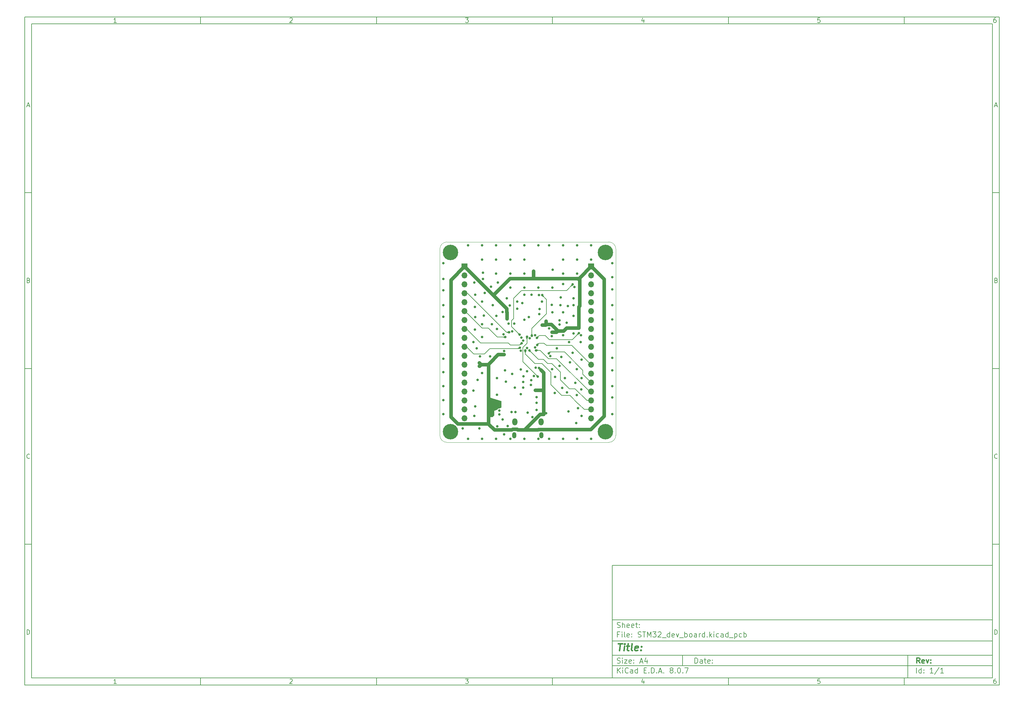
<source format=gbr>
%TF.GenerationSoftware,KiCad,Pcbnew,8.0.7*%
%TF.CreationDate,2025-02-16T19:40:28+01:00*%
%TF.ProjectId,STM32_dev_board,53544d33-325f-4646-9576-5f626f617264,rev?*%
%TF.SameCoordinates,Original*%
%TF.FileFunction,Copper,L4,Bot*%
%TF.FilePolarity,Positive*%
%FSLAX46Y46*%
G04 Gerber Fmt 4.6, Leading zero omitted, Abs format (unit mm)*
G04 Created by KiCad (PCBNEW 8.0.7) date 2025-02-16 19:40:28*
%MOMM*%
%LPD*%
G01*
G04 APERTURE LIST*
%ADD10C,0.100000*%
%ADD11C,0.150000*%
%ADD12C,0.300000*%
%ADD13C,0.400000*%
%TA.AperFunction,ComponentPad*%
%ADD14C,0.700000*%
%TD*%
%TA.AperFunction,ComponentPad*%
%ADD15C,4.400000*%
%TD*%
%TA.AperFunction,ComponentPad*%
%ADD16R,1.700000X1.700000*%
%TD*%
%TA.AperFunction,ComponentPad*%
%ADD17O,1.700000X1.700000*%
%TD*%
%TA.AperFunction,ComponentPad*%
%ADD18O,1.150000X1.800000*%
%TD*%
%TA.AperFunction,ComponentPad*%
%ADD19O,1.450000X2.000000*%
%TD*%
%TA.AperFunction,ViaPad*%
%ADD20C,0.700000*%
%TD*%
%TA.AperFunction,ViaPad*%
%ADD21C,0.900000*%
%TD*%
%TA.AperFunction,Conductor*%
%ADD22C,1.000000*%
%TD*%
%TA.AperFunction,Conductor*%
%ADD23C,0.700000*%
%TD*%
%TA.AperFunction,Conductor*%
%ADD24C,0.190000*%
%TD*%
%TA.AperFunction,Profile*%
%ADD25C,0.050000*%
%TD*%
G04 APERTURE END LIST*
D10*
D11*
X177002200Y-166007200D02*
X285002200Y-166007200D01*
X285002200Y-198007200D01*
X177002200Y-198007200D01*
X177002200Y-166007200D01*
D10*
D11*
X10000000Y-10000000D02*
X287002200Y-10000000D01*
X287002200Y-200007200D01*
X10000000Y-200007200D01*
X10000000Y-10000000D01*
D10*
D11*
X12000000Y-12000000D02*
X285002200Y-12000000D01*
X285002200Y-198007200D01*
X12000000Y-198007200D01*
X12000000Y-12000000D01*
D10*
D11*
X60000000Y-12000000D02*
X60000000Y-10000000D01*
D10*
D11*
X110000000Y-12000000D02*
X110000000Y-10000000D01*
D10*
D11*
X160000000Y-12000000D02*
X160000000Y-10000000D01*
D10*
D11*
X210000000Y-12000000D02*
X210000000Y-10000000D01*
D10*
D11*
X260000000Y-12000000D02*
X260000000Y-10000000D01*
D10*
D11*
X36089160Y-11593604D02*
X35346303Y-11593604D01*
X35717731Y-11593604D02*
X35717731Y-10293604D01*
X35717731Y-10293604D02*
X35593922Y-10479319D01*
X35593922Y-10479319D02*
X35470112Y-10603128D01*
X35470112Y-10603128D02*
X35346303Y-10665033D01*
D10*
D11*
X85346303Y-10417414D02*
X85408207Y-10355509D01*
X85408207Y-10355509D02*
X85532017Y-10293604D01*
X85532017Y-10293604D02*
X85841541Y-10293604D01*
X85841541Y-10293604D02*
X85965350Y-10355509D01*
X85965350Y-10355509D02*
X86027255Y-10417414D01*
X86027255Y-10417414D02*
X86089160Y-10541223D01*
X86089160Y-10541223D02*
X86089160Y-10665033D01*
X86089160Y-10665033D02*
X86027255Y-10850747D01*
X86027255Y-10850747D02*
X85284398Y-11593604D01*
X85284398Y-11593604D02*
X86089160Y-11593604D01*
D10*
D11*
X135284398Y-10293604D02*
X136089160Y-10293604D01*
X136089160Y-10293604D02*
X135655826Y-10788842D01*
X135655826Y-10788842D02*
X135841541Y-10788842D01*
X135841541Y-10788842D02*
X135965350Y-10850747D01*
X135965350Y-10850747D02*
X136027255Y-10912652D01*
X136027255Y-10912652D02*
X136089160Y-11036461D01*
X136089160Y-11036461D02*
X136089160Y-11345985D01*
X136089160Y-11345985D02*
X136027255Y-11469795D01*
X136027255Y-11469795D02*
X135965350Y-11531700D01*
X135965350Y-11531700D02*
X135841541Y-11593604D01*
X135841541Y-11593604D02*
X135470112Y-11593604D01*
X135470112Y-11593604D02*
X135346303Y-11531700D01*
X135346303Y-11531700D02*
X135284398Y-11469795D01*
D10*
D11*
X185965350Y-10726938D02*
X185965350Y-11593604D01*
X185655826Y-10231700D02*
X185346303Y-11160271D01*
X185346303Y-11160271D02*
X186151064Y-11160271D01*
D10*
D11*
X236027255Y-10293604D02*
X235408207Y-10293604D01*
X235408207Y-10293604D02*
X235346303Y-10912652D01*
X235346303Y-10912652D02*
X235408207Y-10850747D01*
X235408207Y-10850747D02*
X235532017Y-10788842D01*
X235532017Y-10788842D02*
X235841541Y-10788842D01*
X235841541Y-10788842D02*
X235965350Y-10850747D01*
X235965350Y-10850747D02*
X236027255Y-10912652D01*
X236027255Y-10912652D02*
X236089160Y-11036461D01*
X236089160Y-11036461D02*
X236089160Y-11345985D01*
X236089160Y-11345985D02*
X236027255Y-11469795D01*
X236027255Y-11469795D02*
X235965350Y-11531700D01*
X235965350Y-11531700D02*
X235841541Y-11593604D01*
X235841541Y-11593604D02*
X235532017Y-11593604D01*
X235532017Y-11593604D02*
X235408207Y-11531700D01*
X235408207Y-11531700D02*
X235346303Y-11469795D01*
D10*
D11*
X285965350Y-10293604D02*
X285717731Y-10293604D01*
X285717731Y-10293604D02*
X285593922Y-10355509D01*
X285593922Y-10355509D02*
X285532017Y-10417414D01*
X285532017Y-10417414D02*
X285408207Y-10603128D01*
X285408207Y-10603128D02*
X285346303Y-10850747D01*
X285346303Y-10850747D02*
X285346303Y-11345985D01*
X285346303Y-11345985D02*
X285408207Y-11469795D01*
X285408207Y-11469795D02*
X285470112Y-11531700D01*
X285470112Y-11531700D02*
X285593922Y-11593604D01*
X285593922Y-11593604D02*
X285841541Y-11593604D01*
X285841541Y-11593604D02*
X285965350Y-11531700D01*
X285965350Y-11531700D02*
X286027255Y-11469795D01*
X286027255Y-11469795D02*
X286089160Y-11345985D01*
X286089160Y-11345985D02*
X286089160Y-11036461D01*
X286089160Y-11036461D02*
X286027255Y-10912652D01*
X286027255Y-10912652D02*
X285965350Y-10850747D01*
X285965350Y-10850747D02*
X285841541Y-10788842D01*
X285841541Y-10788842D02*
X285593922Y-10788842D01*
X285593922Y-10788842D02*
X285470112Y-10850747D01*
X285470112Y-10850747D02*
X285408207Y-10912652D01*
X285408207Y-10912652D02*
X285346303Y-11036461D01*
D10*
D11*
X60000000Y-198007200D02*
X60000000Y-200007200D01*
D10*
D11*
X110000000Y-198007200D02*
X110000000Y-200007200D01*
D10*
D11*
X160000000Y-198007200D02*
X160000000Y-200007200D01*
D10*
D11*
X210000000Y-198007200D02*
X210000000Y-200007200D01*
D10*
D11*
X260000000Y-198007200D02*
X260000000Y-200007200D01*
D10*
D11*
X36089160Y-199600804D02*
X35346303Y-199600804D01*
X35717731Y-199600804D02*
X35717731Y-198300804D01*
X35717731Y-198300804D02*
X35593922Y-198486519D01*
X35593922Y-198486519D02*
X35470112Y-198610328D01*
X35470112Y-198610328D02*
X35346303Y-198672233D01*
D10*
D11*
X85346303Y-198424614D02*
X85408207Y-198362709D01*
X85408207Y-198362709D02*
X85532017Y-198300804D01*
X85532017Y-198300804D02*
X85841541Y-198300804D01*
X85841541Y-198300804D02*
X85965350Y-198362709D01*
X85965350Y-198362709D02*
X86027255Y-198424614D01*
X86027255Y-198424614D02*
X86089160Y-198548423D01*
X86089160Y-198548423D02*
X86089160Y-198672233D01*
X86089160Y-198672233D02*
X86027255Y-198857947D01*
X86027255Y-198857947D02*
X85284398Y-199600804D01*
X85284398Y-199600804D02*
X86089160Y-199600804D01*
D10*
D11*
X135284398Y-198300804D02*
X136089160Y-198300804D01*
X136089160Y-198300804D02*
X135655826Y-198796042D01*
X135655826Y-198796042D02*
X135841541Y-198796042D01*
X135841541Y-198796042D02*
X135965350Y-198857947D01*
X135965350Y-198857947D02*
X136027255Y-198919852D01*
X136027255Y-198919852D02*
X136089160Y-199043661D01*
X136089160Y-199043661D02*
X136089160Y-199353185D01*
X136089160Y-199353185D02*
X136027255Y-199476995D01*
X136027255Y-199476995D02*
X135965350Y-199538900D01*
X135965350Y-199538900D02*
X135841541Y-199600804D01*
X135841541Y-199600804D02*
X135470112Y-199600804D01*
X135470112Y-199600804D02*
X135346303Y-199538900D01*
X135346303Y-199538900D02*
X135284398Y-199476995D01*
D10*
D11*
X185965350Y-198734138D02*
X185965350Y-199600804D01*
X185655826Y-198238900D02*
X185346303Y-199167471D01*
X185346303Y-199167471D02*
X186151064Y-199167471D01*
D10*
D11*
X236027255Y-198300804D02*
X235408207Y-198300804D01*
X235408207Y-198300804D02*
X235346303Y-198919852D01*
X235346303Y-198919852D02*
X235408207Y-198857947D01*
X235408207Y-198857947D02*
X235532017Y-198796042D01*
X235532017Y-198796042D02*
X235841541Y-198796042D01*
X235841541Y-198796042D02*
X235965350Y-198857947D01*
X235965350Y-198857947D02*
X236027255Y-198919852D01*
X236027255Y-198919852D02*
X236089160Y-199043661D01*
X236089160Y-199043661D02*
X236089160Y-199353185D01*
X236089160Y-199353185D02*
X236027255Y-199476995D01*
X236027255Y-199476995D02*
X235965350Y-199538900D01*
X235965350Y-199538900D02*
X235841541Y-199600804D01*
X235841541Y-199600804D02*
X235532017Y-199600804D01*
X235532017Y-199600804D02*
X235408207Y-199538900D01*
X235408207Y-199538900D02*
X235346303Y-199476995D01*
D10*
D11*
X285965350Y-198300804D02*
X285717731Y-198300804D01*
X285717731Y-198300804D02*
X285593922Y-198362709D01*
X285593922Y-198362709D02*
X285532017Y-198424614D01*
X285532017Y-198424614D02*
X285408207Y-198610328D01*
X285408207Y-198610328D02*
X285346303Y-198857947D01*
X285346303Y-198857947D02*
X285346303Y-199353185D01*
X285346303Y-199353185D02*
X285408207Y-199476995D01*
X285408207Y-199476995D02*
X285470112Y-199538900D01*
X285470112Y-199538900D02*
X285593922Y-199600804D01*
X285593922Y-199600804D02*
X285841541Y-199600804D01*
X285841541Y-199600804D02*
X285965350Y-199538900D01*
X285965350Y-199538900D02*
X286027255Y-199476995D01*
X286027255Y-199476995D02*
X286089160Y-199353185D01*
X286089160Y-199353185D02*
X286089160Y-199043661D01*
X286089160Y-199043661D02*
X286027255Y-198919852D01*
X286027255Y-198919852D02*
X285965350Y-198857947D01*
X285965350Y-198857947D02*
X285841541Y-198796042D01*
X285841541Y-198796042D02*
X285593922Y-198796042D01*
X285593922Y-198796042D02*
X285470112Y-198857947D01*
X285470112Y-198857947D02*
X285408207Y-198919852D01*
X285408207Y-198919852D02*
X285346303Y-199043661D01*
D10*
D11*
X10000000Y-60000000D02*
X12000000Y-60000000D01*
D10*
D11*
X10000000Y-110000000D02*
X12000000Y-110000000D01*
D10*
D11*
X10000000Y-160000000D02*
X12000000Y-160000000D01*
D10*
D11*
X10690476Y-35222176D02*
X11309523Y-35222176D01*
X10566666Y-35593604D02*
X10999999Y-34293604D01*
X10999999Y-34293604D02*
X11433333Y-35593604D01*
D10*
D11*
X11092857Y-84912652D02*
X11278571Y-84974557D01*
X11278571Y-84974557D02*
X11340476Y-85036461D01*
X11340476Y-85036461D02*
X11402380Y-85160271D01*
X11402380Y-85160271D02*
X11402380Y-85345985D01*
X11402380Y-85345985D02*
X11340476Y-85469795D01*
X11340476Y-85469795D02*
X11278571Y-85531700D01*
X11278571Y-85531700D02*
X11154761Y-85593604D01*
X11154761Y-85593604D02*
X10659523Y-85593604D01*
X10659523Y-85593604D02*
X10659523Y-84293604D01*
X10659523Y-84293604D02*
X11092857Y-84293604D01*
X11092857Y-84293604D02*
X11216666Y-84355509D01*
X11216666Y-84355509D02*
X11278571Y-84417414D01*
X11278571Y-84417414D02*
X11340476Y-84541223D01*
X11340476Y-84541223D02*
X11340476Y-84665033D01*
X11340476Y-84665033D02*
X11278571Y-84788842D01*
X11278571Y-84788842D02*
X11216666Y-84850747D01*
X11216666Y-84850747D02*
X11092857Y-84912652D01*
X11092857Y-84912652D02*
X10659523Y-84912652D01*
D10*
D11*
X11402380Y-135469795D02*
X11340476Y-135531700D01*
X11340476Y-135531700D02*
X11154761Y-135593604D01*
X11154761Y-135593604D02*
X11030952Y-135593604D01*
X11030952Y-135593604D02*
X10845238Y-135531700D01*
X10845238Y-135531700D02*
X10721428Y-135407890D01*
X10721428Y-135407890D02*
X10659523Y-135284080D01*
X10659523Y-135284080D02*
X10597619Y-135036461D01*
X10597619Y-135036461D02*
X10597619Y-134850747D01*
X10597619Y-134850747D02*
X10659523Y-134603128D01*
X10659523Y-134603128D02*
X10721428Y-134479319D01*
X10721428Y-134479319D02*
X10845238Y-134355509D01*
X10845238Y-134355509D02*
X11030952Y-134293604D01*
X11030952Y-134293604D02*
X11154761Y-134293604D01*
X11154761Y-134293604D02*
X11340476Y-134355509D01*
X11340476Y-134355509D02*
X11402380Y-134417414D01*
D10*
D11*
X10659523Y-185593604D02*
X10659523Y-184293604D01*
X10659523Y-184293604D02*
X10969047Y-184293604D01*
X10969047Y-184293604D02*
X11154761Y-184355509D01*
X11154761Y-184355509D02*
X11278571Y-184479319D01*
X11278571Y-184479319D02*
X11340476Y-184603128D01*
X11340476Y-184603128D02*
X11402380Y-184850747D01*
X11402380Y-184850747D02*
X11402380Y-185036461D01*
X11402380Y-185036461D02*
X11340476Y-185284080D01*
X11340476Y-185284080D02*
X11278571Y-185407890D01*
X11278571Y-185407890D02*
X11154761Y-185531700D01*
X11154761Y-185531700D02*
X10969047Y-185593604D01*
X10969047Y-185593604D02*
X10659523Y-185593604D01*
D10*
D11*
X287002200Y-60000000D02*
X285002200Y-60000000D01*
D10*
D11*
X287002200Y-110000000D02*
X285002200Y-110000000D01*
D10*
D11*
X287002200Y-160000000D02*
X285002200Y-160000000D01*
D10*
D11*
X285692676Y-35222176D02*
X286311723Y-35222176D01*
X285568866Y-35593604D02*
X286002199Y-34293604D01*
X286002199Y-34293604D02*
X286435533Y-35593604D01*
D10*
D11*
X286095057Y-84912652D02*
X286280771Y-84974557D01*
X286280771Y-84974557D02*
X286342676Y-85036461D01*
X286342676Y-85036461D02*
X286404580Y-85160271D01*
X286404580Y-85160271D02*
X286404580Y-85345985D01*
X286404580Y-85345985D02*
X286342676Y-85469795D01*
X286342676Y-85469795D02*
X286280771Y-85531700D01*
X286280771Y-85531700D02*
X286156961Y-85593604D01*
X286156961Y-85593604D02*
X285661723Y-85593604D01*
X285661723Y-85593604D02*
X285661723Y-84293604D01*
X285661723Y-84293604D02*
X286095057Y-84293604D01*
X286095057Y-84293604D02*
X286218866Y-84355509D01*
X286218866Y-84355509D02*
X286280771Y-84417414D01*
X286280771Y-84417414D02*
X286342676Y-84541223D01*
X286342676Y-84541223D02*
X286342676Y-84665033D01*
X286342676Y-84665033D02*
X286280771Y-84788842D01*
X286280771Y-84788842D02*
X286218866Y-84850747D01*
X286218866Y-84850747D02*
X286095057Y-84912652D01*
X286095057Y-84912652D02*
X285661723Y-84912652D01*
D10*
D11*
X286404580Y-135469795D02*
X286342676Y-135531700D01*
X286342676Y-135531700D02*
X286156961Y-135593604D01*
X286156961Y-135593604D02*
X286033152Y-135593604D01*
X286033152Y-135593604D02*
X285847438Y-135531700D01*
X285847438Y-135531700D02*
X285723628Y-135407890D01*
X285723628Y-135407890D02*
X285661723Y-135284080D01*
X285661723Y-135284080D02*
X285599819Y-135036461D01*
X285599819Y-135036461D02*
X285599819Y-134850747D01*
X285599819Y-134850747D02*
X285661723Y-134603128D01*
X285661723Y-134603128D02*
X285723628Y-134479319D01*
X285723628Y-134479319D02*
X285847438Y-134355509D01*
X285847438Y-134355509D02*
X286033152Y-134293604D01*
X286033152Y-134293604D02*
X286156961Y-134293604D01*
X286156961Y-134293604D02*
X286342676Y-134355509D01*
X286342676Y-134355509D02*
X286404580Y-134417414D01*
D10*
D11*
X285661723Y-185593604D02*
X285661723Y-184293604D01*
X285661723Y-184293604D02*
X285971247Y-184293604D01*
X285971247Y-184293604D02*
X286156961Y-184355509D01*
X286156961Y-184355509D02*
X286280771Y-184479319D01*
X286280771Y-184479319D02*
X286342676Y-184603128D01*
X286342676Y-184603128D02*
X286404580Y-184850747D01*
X286404580Y-184850747D02*
X286404580Y-185036461D01*
X286404580Y-185036461D02*
X286342676Y-185284080D01*
X286342676Y-185284080D02*
X286280771Y-185407890D01*
X286280771Y-185407890D02*
X286156961Y-185531700D01*
X286156961Y-185531700D02*
X285971247Y-185593604D01*
X285971247Y-185593604D02*
X285661723Y-185593604D01*
D10*
D11*
X200458026Y-193793328D02*
X200458026Y-192293328D01*
X200458026Y-192293328D02*
X200815169Y-192293328D01*
X200815169Y-192293328D02*
X201029455Y-192364757D01*
X201029455Y-192364757D02*
X201172312Y-192507614D01*
X201172312Y-192507614D02*
X201243741Y-192650471D01*
X201243741Y-192650471D02*
X201315169Y-192936185D01*
X201315169Y-192936185D02*
X201315169Y-193150471D01*
X201315169Y-193150471D02*
X201243741Y-193436185D01*
X201243741Y-193436185D02*
X201172312Y-193579042D01*
X201172312Y-193579042D02*
X201029455Y-193721900D01*
X201029455Y-193721900D02*
X200815169Y-193793328D01*
X200815169Y-193793328D02*
X200458026Y-193793328D01*
X202600884Y-193793328D02*
X202600884Y-193007614D01*
X202600884Y-193007614D02*
X202529455Y-192864757D01*
X202529455Y-192864757D02*
X202386598Y-192793328D01*
X202386598Y-192793328D02*
X202100884Y-192793328D01*
X202100884Y-192793328D02*
X201958026Y-192864757D01*
X202600884Y-193721900D02*
X202458026Y-193793328D01*
X202458026Y-193793328D02*
X202100884Y-193793328D01*
X202100884Y-193793328D02*
X201958026Y-193721900D01*
X201958026Y-193721900D02*
X201886598Y-193579042D01*
X201886598Y-193579042D02*
X201886598Y-193436185D01*
X201886598Y-193436185D02*
X201958026Y-193293328D01*
X201958026Y-193293328D02*
X202100884Y-193221900D01*
X202100884Y-193221900D02*
X202458026Y-193221900D01*
X202458026Y-193221900D02*
X202600884Y-193150471D01*
X203100884Y-192793328D02*
X203672312Y-192793328D01*
X203315169Y-192293328D02*
X203315169Y-193579042D01*
X203315169Y-193579042D02*
X203386598Y-193721900D01*
X203386598Y-193721900D02*
X203529455Y-193793328D01*
X203529455Y-193793328D02*
X203672312Y-193793328D01*
X204743741Y-193721900D02*
X204600884Y-193793328D01*
X204600884Y-193793328D02*
X204315170Y-193793328D01*
X204315170Y-193793328D02*
X204172312Y-193721900D01*
X204172312Y-193721900D02*
X204100884Y-193579042D01*
X204100884Y-193579042D02*
X204100884Y-193007614D01*
X204100884Y-193007614D02*
X204172312Y-192864757D01*
X204172312Y-192864757D02*
X204315170Y-192793328D01*
X204315170Y-192793328D02*
X204600884Y-192793328D01*
X204600884Y-192793328D02*
X204743741Y-192864757D01*
X204743741Y-192864757D02*
X204815170Y-193007614D01*
X204815170Y-193007614D02*
X204815170Y-193150471D01*
X204815170Y-193150471D02*
X204100884Y-193293328D01*
X205458026Y-193650471D02*
X205529455Y-193721900D01*
X205529455Y-193721900D02*
X205458026Y-193793328D01*
X205458026Y-193793328D02*
X205386598Y-193721900D01*
X205386598Y-193721900D02*
X205458026Y-193650471D01*
X205458026Y-193650471D02*
X205458026Y-193793328D01*
X205458026Y-192864757D02*
X205529455Y-192936185D01*
X205529455Y-192936185D02*
X205458026Y-193007614D01*
X205458026Y-193007614D02*
X205386598Y-192936185D01*
X205386598Y-192936185D02*
X205458026Y-192864757D01*
X205458026Y-192864757D02*
X205458026Y-193007614D01*
D10*
D11*
X177002200Y-194507200D02*
X285002200Y-194507200D01*
D10*
D11*
X178458026Y-196593328D02*
X178458026Y-195093328D01*
X179315169Y-196593328D02*
X178672312Y-195736185D01*
X179315169Y-195093328D02*
X178458026Y-195950471D01*
X179958026Y-196593328D02*
X179958026Y-195593328D01*
X179958026Y-195093328D02*
X179886598Y-195164757D01*
X179886598Y-195164757D02*
X179958026Y-195236185D01*
X179958026Y-195236185D02*
X180029455Y-195164757D01*
X180029455Y-195164757D02*
X179958026Y-195093328D01*
X179958026Y-195093328D02*
X179958026Y-195236185D01*
X181529455Y-196450471D02*
X181458027Y-196521900D01*
X181458027Y-196521900D02*
X181243741Y-196593328D01*
X181243741Y-196593328D02*
X181100884Y-196593328D01*
X181100884Y-196593328D02*
X180886598Y-196521900D01*
X180886598Y-196521900D02*
X180743741Y-196379042D01*
X180743741Y-196379042D02*
X180672312Y-196236185D01*
X180672312Y-196236185D02*
X180600884Y-195950471D01*
X180600884Y-195950471D02*
X180600884Y-195736185D01*
X180600884Y-195736185D02*
X180672312Y-195450471D01*
X180672312Y-195450471D02*
X180743741Y-195307614D01*
X180743741Y-195307614D02*
X180886598Y-195164757D01*
X180886598Y-195164757D02*
X181100884Y-195093328D01*
X181100884Y-195093328D02*
X181243741Y-195093328D01*
X181243741Y-195093328D02*
X181458027Y-195164757D01*
X181458027Y-195164757D02*
X181529455Y-195236185D01*
X182815170Y-196593328D02*
X182815170Y-195807614D01*
X182815170Y-195807614D02*
X182743741Y-195664757D01*
X182743741Y-195664757D02*
X182600884Y-195593328D01*
X182600884Y-195593328D02*
X182315170Y-195593328D01*
X182315170Y-195593328D02*
X182172312Y-195664757D01*
X182815170Y-196521900D02*
X182672312Y-196593328D01*
X182672312Y-196593328D02*
X182315170Y-196593328D01*
X182315170Y-196593328D02*
X182172312Y-196521900D01*
X182172312Y-196521900D02*
X182100884Y-196379042D01*
X182100884Y-196379042D02*
X182100884Y-196236185D01*
X182100884Y-196236185D02*
X182172312Y-196093328D01*
X182172312Y-196093328D02*
X182315170Y-196021900D01*
X182315170Y-196021900D02*
X182672312Y-196021900D01*
X182672312Y-196021900D02*
X182815170Y-195950471D01*
X184172313Y-196593328D02*
X184172313Y-195093328D01*
X184172313Y-196521900D02*
X184029455Y-196593328D01*
X184029455Y-196593328D02*
X183743741Y-196593328D01*
X183743741Y-196593328D02*
X183600884Y-196521900D01*
X183600884Y-196521900D02*
X183529455Y-196450471D01*
X183529455Y-196450471D02*
X183458027Y-196307614D01*
X183458027Y-196307614D02*
X183458027Y-195879042D01*
X183458027Y-195879042D02*
X183529455Y-195736185D01*
X183529455Y-195736185D02*
X183600884Y-195664757D01*
X183600884Y-195664757D02*
X183743741Y-195593328D01*
X183743741Y-195593328D02*
X184029455Y-195593328D01*
X184029455Y-195593328D02*
X184172313Y-195664757D01*
X186029455Y-195807614D02*
X186529455Y-195807614D01*
X186743741Y-196593328D02*
X186029455Y-196593328D01*
X186029455Y-196593328D02*
X186029455Y-195093328D01*
X186029455Y-195093328D02*
X186743741Y-195093328D01*
X187386598Y-196450471D02*
X187458027Y-196521900D01*
X187458027Y-196521900D02*
X187386598Y-196593328D01*
X187386598Y-196593328D02*
X187315170Y-196521900D01*
X187315170Y-196521900D02*
X187386598Y-196450471D01*
X187386598Y-196450471D02*
X187386598Y-196593328D01*
X188100884Y-196593328D02*
X188100884Y-195093328D01*
X188100884Y-195093328D02*
X188458027Y-195093328D01*
X188458027Y-195093328D02*
X188672313Y-195164757D01*
X188672313Y-195164757D02*
X188815170Y-195307614D01*
X188815170Y-195307614D02*
X188886599Y-195450471D01*
X188886599Y-195450471D02*
X188958027Y-195736185D01*
X188958027Y-195736185D02*
X188958027Y-195950471D01*
X188958027Y-195950471D02*
X188886599Y-196236185D01*
X188886599Y-196236185D02*
X188815170Y-196379042D01*
X188815170Y-196379042D02*
X188672313Y-196521900D01*
X188672313Y-196521900D02*
X188458027Y-196593328D01*
X188458027Y-196593328D02*
X188100884Y-196593328D01*
X189600884Y-196450471D02*
X189672313Y-196521900D01*
X189672313Y-196521900D02*
X189600884Y-196593328D01*
X189600884Y-196593328D02*
X189529456Y-196521900D01*
X189529456Y-196521900D02*
X189600884Y-196450471D01*
X189600884Y-196450471D02*
X189600884Y-196593328D01*
X190243742Y-196164757D02*
X190958028Y-196164757D01*
X190100885Y-196593328D02*
X190600885Y-195093328D01*
X190600885Y-195093328D02*
X191100885Y-196593328D01*
X191600884Y-196450471D02*
X191672313Y-196521900D01*
X191672313Y-196521900D02*
X191600884Y-196593328D01*
X191600884Y-196593328D02*
X191529456Y-196521900D01*
X191529456Y-196521900D02*
X191600884Y-196450471D01*
X191600884Y-196450471D02*
X191600884Y-196593328D01*
X193672313Y-195736185D02*
X193529456Y-195664757D01*
X193529456Y-195664757D02*
X193458027Y-195593328D01*
X193458027Y-195593328D02*
X193386599Y-195450471D01*
X193386599Y-195450471D02*
X193386599Y-195379042D01*
X193386599Y-195379042D02*
X193458027Y-195236185D01*
X193458027Y-195236185D02*
X193529456Y-195164757D01*
X193529456Y-195164757D02*
X193672313Y-195093328D01*
X193672313Y-195093328D02*
X193958027Y-195093328D01*
X193958027Y-195093328D02*
X194100885Y-195164757D01*
X194100885Y-195164757D02*
X194172313Y-195236185D01*
X194172313Y-195236185D02*
X194243742Y-195379042D01*
X194243742Y-195379042D02*
X194243742Y-195450471D01*
X194243742Y-195450471D02*
X194172313Y-195593328D01*
X194172313Y-195593328D02*
X194100885Y-195664757D01*
X194100885Y-195664757D02*
X193958027Y-195736185D01*
X193958027Y-195736185D02*
X193672313Y-195736185D01*
X193672313Y-195736185D02*
X193529456Y-195807614D01*
X193529456Y-195807614D02*
X193458027Y-195879042D01*
X193458027Y-195879042D02*
X193386599Y-196021900D01*
X193386599Y-196021900D02*
X193386599Y-196307614D01*
X193386599Y-196307614D02*
X193458027Y-196450471D01*
X193458027Y-196450471D02*
X193529456Y-196521900D01*
X193529456Y-196521900D02*
X193672313Y-196593328D01*
X193672313Y-196593328D02*
X193958027Y-196593328D01*
X193958027Y-196593328D02*
X194100885Y-196521900D01*
X194100885Y-196521900D02*
X194172313Y-196450471D01*
X194172313Y-196450471D02*
X194243742Y-196307614D01*
X194243742Y-196307614D02*
X194243742Y-196021900D01*
X194243742Y-196021900D02*
X194172313Y-195879042D01*
X194172313Y-195879042D02*
X194100885Y-195807614D01*
X194100885Y-195807614D02*
X193958027Y-195736185D01*
X194886598Y-196450471D02*
X194958027Y-196521900D01*
X194958027Y-196521900D02*
X194886598Y-196593328D01*
X194886598Y-196593328D02*
X194815170Y-196521900D01*
X194815170Y-196521900D02*
X194886598Y-196450471D01*
X194886598Y-196450471D02*
X194886598Y-196593328D01*
X195886599Y-195093328D02*
X196029456Y-195093328D01*
X196029456Y-195093328D02*
X196172313Y-195164757D01*
X196172313Y-195164757D02*
X196243742Y-195236185D01*
X196243742Y-195236185D02*
X196315170Y-195379042D01*
X196315170Y-195379042D02*
X196386599Y-195664757D01*
X196386599Y-195664757D02*
X196386599Y-196021900D01*
X196386599Y-196021900D02*
X196315170Y-196307614D01*
X196315170Y-196307614D02*
X196243742Y-196450471D01*
X196243742Y-196450471D02*
X196172313Y-196521900D01*
X196172313Y-196521900D02*
X196029456Y-196593328D01*
X196029456Y-196593328D02*
X195886599Y-196593328D01*
X195886599Y-196593328D02*
X195743742Y-196521900D01*
X195743742Y-196521900D02*
X195672313Y-196450471D01*
X195672313Y-196450471D02*
X195600884Y-196307614D01*
X195600884Y-196307614D02*
X195529456Y-196021900D01*
X195529456Y-196021900D02*
X195529456Y-195664757D01*
X195529456Y-195664757D02*
X195600884Y-195379042D01*
X195600884Y-195379042D02*
X195672313Y-195236185D01*
X195672313Y-195236185D02*
X195743742Y-195164757D01*
X195743742Y-195164757D02*
X195886599Y-195093328D01*
X197029455Y-196450471D02*
X197100884Y-196521900D01*
X197100884Y-196521900D02*
X197029455Y-196593328D01*
X197029455Y-196593328D02*
X196958027Y-196521900D01*
X196958027Y-196521900D02*
X197029455Y-196450471D01*
X197029455Y-196450471D02*
X197029455Y-196593328D01*
X197600884Y-195093328D02*
X198600884Y-195093328D01*
X198600884Y-195093328D02*
X197958027Y-196593328D01*
D10*
D11*
X177002200Y-191507200D02*
X285002200Y-191507200D01*
D10*
D12*
X264413853Y-193785528D02*
X263913853Y-193071242D01*
X263556710Y-193785528D02*
X263556710Y-192285528D01*
X263556710Y-192285528D02*
X264128139Y-192285528D01*
X264128139Y-192285528D02*
X264270996Y-192356957D01*
X264270996Y-192356957D02*
X264342425Y-192428385D01*
X264342425Y-192428385D02*
X264413853Y-192571242D01*
X264413853Y-192571242D02*
X264413853Y-192785528D01*
X264413853Y-192785528D02*
X264342425Y-192928385D01*
X264342425Y-192928385D02*
X264270996Y-192999814D01*
X264270996Y-192999814D02*
X264128139Y-193071242D01*
X264128139Y-193071242D02*
X263556710Y-193071242D01*
X265628139Y-193714100D02*
X265485282Y-193785528D01*
X265485282Y-193785528D02*
X265199568Y-193785528D01*
X265199568Y-193785528D02*
X265056710Y-193714100D01*
X265056710Y-193714100D02*
X264985282Y-193571242D01*
X264985282Y-193571242D02*
X264985282Y-192999814D01*
X264985282Y-192999814D02*
X265056710Y-192856957D01*
X265056710Y-192856957D02*
X265199568Y-192785528D01*
X265199568Y-192785528D02*
X265485282Y-192785528D01*
X265485282Y-192785528D02*
X265628139Y-192856957D01*
X265628139Y-192856957D02*
X265699568Y-192999814D01*
X265699568Y-192999814D02*
X265699568Y-193142671D01*
X265699568Y-193142671D02*
X264985282Y-193285528D01*
X266199567Y-192785528D02*
X266556710Y-193785528D01*
X266556710Y-193785528D02*
X266913853Y-192785528D01*
X267485281Y-193642671D02*
X267556710Y-193714100D01*
X267556710Y-193714100D02*
X267485281Y-193785528D01*
X267485281Y-193785528D02*
X267413853Y-193714100D01*
X267413853Y-193714100D02*
X267485281Y-193642671D01*
X267485281Y-193642671D02*
X267485281Y-193785528D01*
X267485281Y-192856957D02*
X267556710Y-192928385D01*
X267556710Y-192928385D02*
X267485281Y-192999814D01*
X267485281Y-192999814D02*
X267413853Y-192928385D01*
X267413853Y-192928385D02*
X267485281Y-192856957D01*
X267485281Y-192856957D02*
X267485281Y-192999814D01*
D10*
D11*
X178386598Y-193721900D02*
X178600884Y-193793328D01*
X178600884Y-193793328D02*
X178958026Y-193793328D01*
X178958026Y-193793328D02*
X179100884Y-193721900D01*
X179100884Y-193721900D02*
X179172312Y-193650471D01*
X179172312Y-193650471D02*
X179243741Y-193507614D01*
X179243741Y-193507614D02*
X179243741Y-193364757D01*
X179243741Y-193364757D02*
X179172312Y-193221900D01*
X179172312Y-193221900D02*
X179100884Y-193150471D01*
X179100884Y-193150471D02*
X178958026Y-193079042D01*
X178958026Y-193079042D02*
X178672312Y-193007614D01*
X178672312Y-193007614D02*
X178529455Y-192936185D01*
X178529455Y-192936185D02*
X178458026Y-192864757D01*
X178458026Y-192864757D02*
X178386598Y-192721900D01*
X178386598Y-192721900D02*
X178386598Y-192579042D01*
X178386598Y-192579042D02*
X178458026Y-192436185D01*
X178458026Y-192436185D02*
X178529455Y-192364757D01*
X178529455Y-192364757D02*
X178672312Y-192293328D01*
X178672312Y-192293328D02*
X179029455Y-192293328D01*
X179029455Y-192293328D02*
X179243741Y-192364757D01*
X179886597Y-193793328D02*
X179886597Y-192793328D01*
X179886597Y-192293328D02*
X179815169Y-192364757D01*
X179815169Y-192364757D02*
X179886597Y-192436185D01*
X179886597Y-192436185D02*
X179958026Y-192364757D01*
X179958026Y-192364757D02*
X179886597Y-192293328D01*
X179886597Y-192293328D02*
X179886597Y-192436185D01*
X180458026Y-192793328D02*
X181243741Y-192793328D01*
X181243741Y-192793328D02*
X180458026Y-193793328D01*
X180458026Y-193793328D02*
X181243741Y-193793328D01*
X182386598Y-193721900D02*
X182243741Y-193793328D01*
X182243741Y-193793328D02*
X181958027Y-193793328D01*
X181958027Y-193793328D02*
X181815169Y-193721900D01*
X181815169Y-193721900D02*
X181743741Y-193579042D01*
X181743741Y-193579042D02*
X181743741Y-193007614D01*
X181743741Y-193007614D02*
X181815169Y-192864757D01*
X181815169Y-192864757D02*
X181958027Y-192793328D01*
X181958027Y-192793328D02*
X182243741Y-192793328D01*
X182243741Y-192793328D02*
X182386598Y-192864757D01*
X182386598Y-192864757D02*
X182458027Y-193007614D01*
X182458027Y-193007614D02*
X182458027Y-193150471D01*
X182458027Y-193150471D02*
X181743741Y-193293328D01*
X183100883Y-193650471D02*
X183172312Y-193721900D01*
X183172312Y-193721900D02*
X183100883Y-193793328D01*
X183100883Y-193793328D02*
X183029455Y-193721900D01*
X183029455Y-193721900D02*
X183100883Y-193650471D01*
X183100883Y-193650471D02*
X183100883Y-193793328D01*
X183100883Y-192864757D02*
X183172312Y-192936185D01*
X183172312Y-192936185D02*
X183100883Y-193007614D01*
X183100883Y-193007614D02*
X183029455Y-192936185D01*
X183029455Y-192936185D02*
X183100883Y-192864757D01*
X183100883Y-192864757D02*
X183100883Y-193007614D01*
X184886598Y-193364757D02*
X185600884Y-193364757D01*
X184743741Y-193793328D02*
X185243741Y-192293328D01*
X185243741Y-192293328D02*
X185743741Y-193793328D01*
X186886598Y-192793328D02*
X186886598Y-193793328D01*
X186529455Y-192221900D02*
X186172312Y-193293328D01*
X186172312Y-193293328D02*
X187100883Y-193293328D01*
D10*
D11*
X263458026Y-196593328D02*
X263458026Y-195093328D01*
X264815170Y-196593328D02*
X264815170Y-195093328D01*
X264815170Y-196521900D02*
X264672312Y-196593328D01*
X264672312Y-196593328D02*
X264386598Y-196593328D01*
X264386598Y-196593328D02*
X264243741Y-196521900D01*
X264243741Y-196521900D02*
X264172312Y-196450471D01*
X264172312Y-196450471D02*
X264100884Y-196307614D01*
X264100884Y-196307614D02*
X264100884Y-195879042D01*
X264100884Y-195879042D02*
X264172312Y-195736185D01*
X264172312Y-195736185D02*
X264243741Y-195664757D01*
X264243741Y-195664757D02*
X264386598Y-195593328D01*
X264386598Y-195593328D02*
X264672312Y-195593328D01*
X264672312Y-195593328D02*
X264815170Y-195664757D01*
X265529455Y-196450471D02*
X265600884Y-196521900D01*
X265600884Y-196521900D02*
X265529455Y-196593328D01*
X265529455Y-196593328D02*
X265458027Y-196521900D01*
X265458027Y-196521900D02*
X265529455Y-196450471D01*
X265529455Y-196450471D02*
X265529455Y-196593328D01*
X265529455Y-195664757D02*
X265600884Y-195736185D01*
X265600884Y-195736185D02*
X265529455Y-195807614D01*
X265529455Y-195807614D02*
X265458027Y-195736185D01*
X265458027Y-195736185D02*
X265529455Y-195664757D01*
X265529455Y-195664757D02*
X265529455Y-195807614D01*
X268172313Y-196593328D02*
X267315170Y-196593328D01*
X267743741Y-196593328D02*
X267743741Y-195093328D01*
X267743741Y-195093328D02*
X267600884Y-195307614D01*
X267600884Y-195307614D02*
X267458027Y-195450471D01*
X267458027Y-195450471D02*
X267315170Y-195521900D01*
X269886598Y-195021900D02*
X268600884Y-196950471D01*
X271172313Y-196593328D02*
X270315170Y-196593328D01*
X270743741Y-196593328D02*
X270743741Y-195093328D01*
X270743741Y-195093328D02*
X270600884Y-195307614D01*
X270600884Y-195307614D02*
X270458027Y-195450471D01*
X270458027Y-195450471D02*
X270315170Y-195521900D01*
D10*
D11*
X177002200Y-187507200D02*
X285002200Y-187507200D01*
D10*
D13*
X178693928Y-188211638D02*
X179836785Y-188211638D01*
X179015357Y-190211638D02*
X179265357Y-188211638D01*
X180253452Y-190211638D02*
X180420119Y-188878304D01*
X180503452Y-188211638D02*
X180396309Y-188306876D01*
X180396309Y-188306876D02*
X180479643Y-188402114D01*
X180479643Y-188402114D02*
X180586786Y-188306876D01*
X180586786Y-188306876D02*
X180503452Y-188211638D01*
X180503452Y-188211638D02*
X180479643Y-188402114D01*
X181086786Y-188878304D02*
X181848690Y-188878304D01*
X181455833Y-188211638D02*
X181241548Y-189925923D01*
X181241548Y-189925923D02*
X181312976Y-190116400D01*
X181312976Y-190116400D02*
X181491548Y-190211638D01*
X181491548Y-190211638D02*
X181682024Y-190211638D01*
X182634405Y-190211638D02*
X182455833Y-190116400D01*
X182455833Y-190116400D02*
X182384405Y-189925923D01*
X182384405Y-189925923D02*
X182598690Y-188211638D01*
X184170119Y-190116400D02*
X183967738Y-190211638D01*
X183967738Y-190211638D02*
X183586785Y-190211638D01*
X183586785Y-190211638D02*
X183408214Y-190116400D01*
X183408214Y-190116400D02*
X183336785Y-189925923D01*
X183336785Y-189925923D02*
X183432024Y-189164019D01*
X183432024Y-189164019D02*
X183551071Y-188973542D01*
X183551071Y-188973542D02*
X183753452Y-188878304D01*
X183753452Y-188878304D02*
X184134404Y-188878304D01*
X184134404Y-188878304D02*
X184312976Y-188973542D01*
X184312976Y-188973542D02*
X184384404Y-189164019D01*
X184384404Y-189164019D02*
X184360595Y-189354495D01*
X184360595Y-189354495D02*
X183384404Y-189544971D01*
X185134405Y-190021161D02*
X185217738Y-190116400D01*
X185217738Y-190116400D02*
X185110595Y-190211638D01*
X185110595Y-190211638D02*
X185027262Y-190116400D01*
X185027262Y-190116400D02*
X185134405Y-190021161D01*
X185134405Y-190021161D02*
X185110595Y-190211638D01*
X185265357Y-188973542D02*
X185348690Y-189068780D01*
X185348690Y-189068780D02*
X185241548Y-189164019D01*
X185241548Y-189164019D02*
X185158214Y-189068780D01*
X185158214Y-189068780D02*
X185265357Y-188973542D01*
X185265357Y-188973542D02*
X185241548Y-189164019D01*
D10*
D11*
X178958026Y-185607614D02*
X178458026Y-185607614D01*
X178458026Y-186393328D02*
X178458026Y-184893328D01*
X178458026Y-184893328D02*
X179172312Y-184893328D01*
X179743740Y-186393328D02*
X179743740Y-185393328D01*
X179743740Y-184893328D02*
X179672312Y-184964757D01*
X179672312Y-184964757D02*
X179743740Y-185036185D01*
X179743740Y-185036185D02*
X179815169Y-184964757D01*
X179815169Y-184964757D02*
X179743740Y-184893328D01*
X179743740Y-184893328D02*
X179743740Y-185036185D01*
X180672312Y-186393328D02*
X180529455Y-186321900D01*
X180529455Y-186321900D02*
X180458026Y-186179042D01*
X180458026Y-186179042D02*
X180458026Y-184893328D01*
X181815169Y-186321900D02*
X181672312Y-186393328D01*
X181672312Y-186393328D02*
X181386598Y-186393328D01*
X181386598Y-186393328D02*
X181243740Y-186321900D01*
X181243740Y-186321900D02*
X181172312Y-186179042D01*
X181172312Y-186179042D02*
X181172312Y-185607614D01*
X181172312Y-185607614D02*
X181243740Y-185464757D01*
X181243740Y-185464757D02*
X181386598Y-185393328D01*
X181386598Y-185393328D02*
X181672312Y-185393328D01*
X181672312Y-185393328D02*
X181815169Y-185464757D01*
X181815169Y-185464757D02*
X181886598Y-185607614D01*
X181886598Y-185607614D02*
X181886598Y-185750471D01*
X181886598Y-185750471D02*
X181172312Y-185893328D01*
X182529454Y-186250471D02*
X182600883Y-186321900D01*
X182600883Y-186321900D02*
X182529454Y-186393328D01*
X182529454Y-186393328D02*
X182458026Y-186321900D01*
X182458026Y-186321900D02*
X182529454Y-186250471D01*
X182529454Y-186250471D02*
X182529454Y-186393328D01*
X182529454Y-185464757D02*
X182600883Y-185536185D01*
X182600883Y-185536185D02*
X182529454Y-185607614D01*
X182529454Y-185607614D02*
X182458026Y-185536185D01*
X182458026Y-185536185D02*
X182529454Y-185464757D01*
X182529454Y-185464757D02*
X182529454Y-185607614D01*
X184315169Y-186321900D02*
X184529455Y-186393328D01*
X184529455Y-186393328D02*
X184886597Y-186393328D01*
X184886597Y-186393328D02*
X185029455Y-186321900D01*
X185029455Y-186321900D02*
X185100883Y-186250471D01*
X185100883Y-186250471D02*
X185172312Y-186107614D01*
X185172312Y-186107614D02*
X185172312Y-185964757D01*
X185172312Y-185964757D02*
X185100883Y-185821900D01*
X185100883Y-185821900D02*
X185029455Y-185750471D01*
X185029455Y-185750471D02*
X184886597Y-185679042D01*
X184886597Y-185679042D02*
X184600883Y-185607614D01*
X184600883Y-185607614D02*
X184458026Y-185536185D01*
X184458026Y-185536185D02*
X184386597Y-185464757D01*
X184386597Y-185464757D02*
X184315169Y-185321900D01*
X184315169Y-185321900D02*
X184315169Y-185179042D01*
X184315169Y-185179042D02*
X184386597Y-185036185D01*
X184386597Y-185036185D02*
X184458026Y-184964757D01*
X184458026Y-184964757D02*
X184600883Y-184893328D01*
X184600883Y-184893328D02*
X184958026Y-184893328D01*
X184958026Y-184893328D02*
X185172312Y-184964757D01*
X185600883Y-184893328D02*
X186458026Y-184893328D01*
X186029454Y-186393328D02*
X186029454Y-184893328D01*
X186958025Y-186393328D02*
X186958025Y-184893328D01*
X186958025Y-184893328D02*
X187458025Y-185964757D01*
X187458025Y-185964757D02*
X187958025Y-184893328D01*
X187958025Y-184893328D02*
X187958025Y-186393328D01*
X188529454Y-184893328D02*
X189458026Y-184893328D01*
X189458026Y-184893328D02*
X188958026Y-185464757D01*
X188958026Y-185464757D02*
X189172311Y-185464757D01*
X189172311Y-185464757D02*
X189315169Y-185536185D01*
X189315169Y-185536185D02*
X189386597Y-185607614D01*
X189386597Y-185607614D02*
X189458026Y-185750471D01*
X189458026Y-185750471D02*
X189458026Y-186107614D01*
X189458026Y-186107614D02*
X189386597Y-186250471D01*
X189386597Y-186250471D02*
X189315169Y-186321900D01*
X189315169Y-186321900D02*
X189172311Y-186393328D01*
X189172311Y-186393328D02*
X188743740Y-186393328D01*
X188743740Y-186393328D02*
X188600883Y-186321900D01*
X188600883Y-186321900D02*
X188529454Y-186250471D01*
X190029454Y-185036185D02*
X190100882Y-184964757D01*
X190100882Y-184964757D02*
X190243740Y-184893328D01*
X190243740Y-184893328D02*
X190600882Y-184893328D01*
X190600882Y-184893328D02*
X190743740Y-184964757D01*
X190743740Y-184964757D02*
X190815168Y-185036185D01*
X190815168Y-185036185D02*
X190886597Y-185179042D01*
X190886597Y-185179042D02*
X190886597Y-185321900D01*
X190886597Y-185321900D02*
X190815168Y-185536185D01*
X190815168Y-185536185D02*
X189958025Y-186393328D01*
X189958025Y-186393328D02*
X190886597Y-186393328D01*
X191172311Y-186536185D02*
X192315168Y-186536185D01*
X193315168Y-186393328D02*
X193315168Y-184893328D01*
X193315168Y-186321900D02*
X193172310Y-186393328D01*
X193172310Y-186393328D02*
X192886596Y-186393328D01*
X192886596Y-186393328D02*
X192743739Y-186321900D01*
X192743739Y-186321900D02*
X192672310Y-186250471D01*
X192672310Y-186250471D02*
X192600882Y-186107614D01*
X192600882Y-186107614D02*
X192600882Y-185679042D01*
X192600882Y-185679042D02*
X192672310Y-185536185D01*
X192672310Y-185536185D02*
X192743739Y-185464757D01*
X192743739Y-185464757D02*
X192886596Y-185393328D01*
X192886596Y-185393328D02*
X193172310Y-185393328D01*
X193172310Y-185393328D02*
X193315168Y-185464757D01*
X194600882Y-186321900D02*
X194458025Y-186393328D01*
X194458025Y-186393328D02*
X194172311Y-186393328D01*
X194172311Y-186393328D02*
X194029453Y-186321900D01*
X194029453Y-186321900D02*
X193958025Y-186179042D01*
X193958025Y-186179042D02*
X193958025Y-185607614D01*
X193958025Y-185607614D02*
X194029453Y-185464757D01*
X194029453Y-185464757D02*
X194172311Y-185393328D01*
X194172311Y-185393328D02*
X194458025Y-185393328D01*
X194458025Y-185393328D02*
X194600882Y-185464757D01*
X194600882Y-185464757D02*
X194672311Y-185607614D01*
X194672311Y-185607614D02*
X194672311Y-185750471D01*
X194672311Y-185750471D02*
X193958025Y-185893328D01*
X195172310Y-185393328D02*
X195529453Y-186393328D01*
X195529453Y-186393328D02*
X195886596Y-185393328D01*
X196100882Y-186536185D02*
X197243739Y-186536185D01*
X197600881Y-186393328D02*
X197600881Y-184893328D01*
X197600881Y-185464757D02*
X197743739Y-185393328D01*
X197743739Y-185393328D02*
X198029453Y-185393328D01*
X198029453Y-185393328D02*
X198172310Y-185464757D01*
X198172310Y-185464757D02*
X198243739Y-185536185D01*
X198243739Y-185536185D02*
X198315167Y-185679042D01*
X198315167Y-185679042D02*
X198315167Y-186107614D01*
X198315167Y-186107614D02*
X198243739Y-186250471D01*
X198243739Y-186250471D02*
X198172310Y-186321900D01*
X198172310Y-186321900D02*
X198029453Y-186393328D01*
X198029453Y-186393328D02*
X197743739Y-186393328D01*
X197743739Y-186393328D02*
X197600881Y-186321900D01*
X199172310Y-186393328D02*
X199029453Y-186321900D01*
X199029453Y-186321900D02*
X198958024Y-186250471D01*
X198958024Y-186250471D02*
X198886596Y-186107614D01*
X198886596Y-186107614D02*
X198886596Y-185679042D01*
X198886596Y-185679042D02*
X198958024Y-185536185D01*
X198958024Y-185536185D02*
X199029453Y-185464757D01*
X199029453Y-185464757D02*
X199172310Y-185393328D01*
X199172310Y-185393328D02*
X199386596Y-185393328D01*
X199386596Y-185393328D02*
X199529453Y-185464757D01*
X199529453Y-185464757D02*
X199600882Y-185536185D01*
X199600882Y-185536185D02*
X199672310Y-185679042D01*
X199672310Y-185679042D02*
X199672310Y-186107614D01*
X199672310Y-186107614D02*
X199600882Y-186250471D01*
X199600882Y-186250471D02*
X199529453Y-186321900D01*
X199529453Y-186321900D02*
X199386596Y-186393328D01*
X199386596Y-186393328D02*
X199172310Y-186393328D01*
X200958025Y-186393328D02*
X200958025Y-185607614D01*
X200958025Y-185607614D02*
X200886596Y-185464757D01*
X200886596Y-185464757D02*
X200743739Y-185393328D01*
X200743739Y-185393328D02*
X200458025Y-185393328D01*
X200458025Y-185393328D02*
X200315167Y-185464757D01*
X200958025Y-186321900D02*
X200815167Y-186393328D01*
X200815167Y-186393328D02*
X200458025Y-186393328D01*
X200458025Y-186393328D02*
X200315167Y-186321900D01*
X200315167Y-186321900D02*
X200243739Y-186179042D01*
X200243739Y-186179042D02*
X200243739Y-186036185D01*
X200243739Y-186036185D02*
X200315167Y-185893328D01*
X200315167Y-185893328D02*
X200458025Y-185821900D01*
X200458025Y-185821900D02*
X200815167Y-185821900D01*
X200815167Y-185821900D02*
X200958025Y-185750471D01*
X201672310Y-186393328D02*
X201672310Y-185393328D01*
X201672310Y-185679042D02*
X201743739Y-185536185D01*
X201743739Y-185536185D02*
X201815168Y-185464757D01*
X201815168Y-185464757D02*
X201958025Y-185393328D01*
X201958025Y-185393328D02*
X202100882Y-185393328D01*
X203243739Y-186393328D02*
X203243739Y-184893328D01*
X203243739Y-186321900D02*
X203100881Y-186393328D01*
X203100881Y-186393328D02*
X202815167Y-186393328D01*
X202815167Y-186393328D02*
X202672310Y-186321900D01*
X202672310Y-186321900D02*
X202600881Y-186250471D01*
X202600881Y-186250471D02*
X202529453Y-186107614D01*
X202529453Y-186107614D02*
X202529453Y-185679042D01*
X202529453Y-185679042D02*
X202600881Y-185536185D01*
X202600881Y-185536185D02*
X202672310Y-185464757D01*
X202672310Y-185464757D02*
X202815167Y-185393328D01*
X202815167Y-185393328D02*
X203100881Y-185393328D01*
X203100881Y-185393328D02*
X203243739Y-185464757D01*
X203958024Y-186250471D02*
X204029453Y-186321900D01*
X204029453Y-186321900D02*
X203958024Y-186393328D01*
X203958024Y-186393328D02*
X203886596Y-186321900D01*
X203886596Y-186321900D02*
X203958024Y-186250471D01*
X203958024Y-186250471D02*
X203958024Y-186393328D01*
X204672310Y-186393328D02*
X204672310Y-184893328D01*
X204815168Y-185821900D02*
X205243739Y-186393328D01*
X205243739Y-185393328D02*
X204672310Y-185964757D01*
X205886596Y-186393328D02*
X205886596Y-185393328D01*
X205886596Y-184893328D02*
X205815168Y-184964757D01*
X205815168Y-184964757D02*
X205886596Y-185036185D01*
X205886596Y-185036185D02*
X205958025Y-184964757D01*
X205958025Y-184964757D02*
X205886596Y-184893328D01*
X205886596Y-184893328D02*
X205886596Y-185036185D01*
X207243740Y-186321900D02*
X207100882Y-186393328D01*
X207100882Y-186393328D02*
X206815168Y-186393328D01*
X206815168Y-186393328D02*
X206672311Y-186321900D01*
X206672311Y-186321900D02*
X206600882Y-186250471D01*
X206600882Y-186250471D02*
X206529454Y-186107614D01*
X206529454Y-186107614D02*
X206529454Y-185679042D01*
X206529454Y-185679042D02*
X206600882Y-185536185D01*
X206600882Y-185536185D02*
X206672311Y-185464757D01*
X206672311Y-185464757D02*
X206815168Y-185393328D01*
X206815168Y-185393328D02*
X207100882Y-185393328D01*
X207100882Y-185393328D02*
X207243740Y-185464757D01*
X208529454Y-186393328D02*
X208529454Y-185607614D01*
X208529454Y-185607614D02*
X208458025Y-185464757D01*
X208458025Y-185464757D02*
X208315168Y-185393328D01*
X208315168Y-185393328D02*
X208029454Y-185393328D01*
X208029454Y-185393328D02*
X207886596Y-185464757D01*
X208529454Y-186321900D02*
X208386596Y-186393328D01*
X208386596Y-186393328D02*
X208029454Y-186393328D01*
X208029454Y-186393328D02*
X207886596Y-186321900D01*
X207886596Y-186321900D02*
X207815168Y-186179042D01*
X207815168Y-186179042D02*
X207815168Y-186036185D01*
X207815168Y-186036185D02*
X207886596Y-185893328D01*
X207886596Y-185893328D02*
X208029454Y-185821900D01*
X208029454Y-185821900D02*
X208386596Y-185821900D01*
X208386596Y-185821900D02*
X208529454Y-185750471D01*
X209886597Y-186393328D02*
X209886597Y-184893328D01*
X209886597Y-186321900D02*
X209743739Y-186393328D01*
X209743739Y-186393328D02*
X209458025Y-186393328D01*
X209458025Y-186393328D02*
X209315168Y-186321900D01*
X209315168Y-186321900D02*
X209243739Y-186250471D01*
X209243739Y-186250471D02*
X209172311Y-186107614D01*
X209172311Y-186107614D02*
X209172311Y-185679042D01*
X209172311Y-185679042D02*
X209243739Y-185536185D01*
X209243739Y-185536185D02*
X209315168Y-185464757D01*
X209315168Y-185464757D02*
X209458025Y-185393328D01*
X209458025Y-185393328D02*
X209743739Y-185393328D01*
X209743739Y-185393328D02*
X209886597Y-185464757D01*
X210243740Y-186536185D02*
X211386597Y-186536185D01*
X211743739Y-185393328D02*
X211743739Y-186893328D01*
X211743739Y-185464757D02*
X211886597Y-185393328D01*
X211886597Y-185393328D02*
X212172311Y-185393328D01*
X212172311Y-185393328D02*
X212315168Y-185464757D01*
X212315168Y-185464757D02*
X212386597Y-185536185D01*
X212386597Y-185536185D02*
X212458025Y-185679042D01*
X212458025Y-185679042D02*
X212458025Y-186107614D01*
X212458025Y-186107614D02*
X212386597Y-186250471D01*
X212386597Y-186250471D02*
X212315168Y-186321900D01*
X212315168Y-186321900D02*
X212172311Y-186393328D01*
X212172311Y-186393328D02*
X211886597Y-186393328D01*
X211886597Y-186393328D02*
X211743739Y-186321900D01*
X213743740Y-186321900D02*
X213600882Y-186393328D01*
X213600882Y-186393328D02*
X213315168Y-186393328D01*
X213315168Y-186393328D02*
X213172311Y-186321900D01*
X213172311Y-186321900D02*
X213100882Y-186250471D01*
X213100882Y-186250471D02*
X213029454Y-186107614D01*
X213029454Y-186107614D02*
X213029454Y-185679042D01*
X213029454Y-185679042D02*
X213100882Y-185536185D01*
X213100882Y-185536185D02*
X213172311Y-185464757D01*
X213172311Y-185464757D02*
X213315168Y-185393328D01*
X213315168Y-185393328D02*
X213600882Y-185393328D01*
X213600882Y-185393328D02*
X213743740Y-185464757D01*
X214386596Y-186393328D02*
X214386596Y-184893328D01*
X214386596Y-185464757D02*
X214529454Y-185393328D01*
X214529454Y-185393328D02*
X214815168Y-185393328D01*
X214815168Y-185393328D02*
X214958025Y-185464757D01*
X214958025Y-185464757D02*
X215029454Y-185536185D01*
X215029454Y-185536185D02*
X215100882Y-185679042D01*
X215100882Y-185679042D02*
X215100882Y-186107614D01*
X215100882Y-186107614D02*
X215029454Y-186250471D01*
X215029454Y-186250471D02*
X214958025Y-186321900D01*
X214958025Y-186321900D02*
X214815168Y-186393328D01*
X214815168Y-186393328D02*
X214529454Y-186393328D01*
X214529454Y-186393328D02*
X214386596Y-186321900D01*
D10*
D11*
X177002200Y-181507200D02*
X285002200Y-181507200D01*
D10*
D11*
X178386598Y-183621900D02*
X178600884Y-183693328D01*
X178600884Y-183693328D02*
X178958026Y-183693328D01*
X178958026Y-183693328D02*
X179100884Y-183621900D01*
X179100884Y-183621900D02*
X179172312Y-183550471D01*
X179172312Y-183550471D02*
X179243741Y-183407614D01*
X179243741Y-183407614D02*
X179243741Y-183264757D01*
X179243741Y-183264757D02*
X179172312Y-183121900D01*
X179172312Y-183121900D02*
X179100884Y-183050471D01*
X179100884Y-183050471D02*
X178958026Y-182979042D01*
X178958026Y-182979042D02*
X178672312Y-182907614D01*
X178672312Y-182907614D02*
X178529455Y-182836185D01*
X178529455Y-182836185D02*
X178458026Y-182764757D01*
X178458026Y-182764757D02*
X178386598Y-182621900D01*
X178386598Y-182621900D02*
X178386598Y-182479042D01*
X178386598Y-182479042D02*
X178458026Y-182336185D01*
X178458026Y-182336185D02*
X178529455Y-182264757D01*
X178529455Y-182264757D02*
X178672312Y-182193328D01*
X178672312Y-182193328D02*
X179029455Y-182193328D01*
X179029455Y-182193328D02*
X179243741Y-182264757D01*
X179886597Y-183693328D02*
X179886597Y-182193328D01*
X180529455Y-183693328D02*
X180529455Y-182907614D01*
X180529455Y-182907614D02*
X180458026Y-182764757D01*
X180458026Y-182764757D02*
X180315169Y-182693328D01*
X180315169Y-182693328D02*
X180100883Y-182693328D01*
X180100883Y-182693328D02*
X179958026Y-182764757D01*
X179958026Y-182764757D02*
X179886597Y-182836185D01*
X181815169Y-183621900D02*
X181672312Y-183693328D01*
X181672312Y-183693328D02*
X181386598Y-183693328D01*
X181386598Y-183693328D02*
X181243740Y-183621900D01*
X181243740Y-183621900D02*
X181172312Y-183479042D01*
X181172312Y-183479042D02*
X181172312Y-182907614D01*
X181172312Y-182907614D02*
X181243740Y-182764757D01*
X181243740Y-182764757D02*
X181386598Y-182693328D01*
X181386598Y-182693328D02*
X181672312Y-182693328D01*
X181672312Y-182693328D02*
X181815169Y-182764757D01*
X181815169Y-182764757D02*
X181886598Y-182907614D01*
X181886598Y-182907614D02*
X181886598Y-183050471D01*
X181886598Y-183050471D02*
X181172312Y-183193328D01*
X183100883Y-183621900D02*
X182958026Y-183693328D01*
X182958026Y-183693328D02*
X182672312Y-183693328D01*
X182672312Y-183693328D02*
X182529454Y-183621900D01*
X182529454Y-183621900D02*
X182458026Y-183479042D01*
X182458026Y-183479042D02*
X182458026Y-182907614D01*
X182458026Y-182907614D02*
X182529454Y-182764757D01*
X182529454Y-182764757D02*
X182672312Y-182693328D01*
X182672312Y-182693328D02*
X182958026Y-182693328D01*
X182958026Y-182693328D02*
X183100883Y-182764757D01*
X183100883Y-182764757D02*
X183172312Y-182907614D01*
X183172312Y-182907614D02*
X183172312Y-183050471D01*
X183172312Y-183050471D02*
X182458026Y-183193328D01*
X183600883Y-182693328D02*
X184172311Y-182693328D01*
X183815168Y-182193328D02*
X183815168Y-183479042D01*
X183815168Y-183479042D02*
X183886597Y-183621900D01*
X183886597Y-183621900D02*
X184029454Y-183693328D01*
X184029454Y-183693328D02*
X184172311Y-183693328D01*
X184672311Y-183550471D02*
X184743740Y-183621900D01*
X184743740Y-183621900D02*
X184672311Y-183693328D01*
X184672311Y-183693328D02*
X184600883Y-183621900D01*
X184600883Y-183621900D02*
X184672311Y-183550471D01*
X184672311Y-183550471D02*
X184672311Y-183693328D01*
X184672311Y-182764757D02*
X184743740Y-182836185D01*
X184743740Y-182836185D02*
X184672311Y-182907614D01*
X184672311Y-182907614D02*
X184600883Y-182836185D01*
X184600883Y-182836185D02*
X184672311Y-182764757D01*
X184672311Y-182764757D02*
X184672311Y-182907614D01*
D10*
D11*
X197002200Y-191507200D02*
X197002200Y-194507200D01*
D10*
D11*
X261002200Y-191507200D02*
X261002200Y-198007200D01*
D14*
%TO.P,H1,1,1*%
%TO.N,GND*%
X132650000Y-77000000D03*
X132166726Y-78166726D03*
X132166726Y-75833274D03*
X131000000Y-78650000D03*
D15*
X131000000Y-77000000D03*
D14*
X131000000Y-75350000D03*
X129833274Y-78166726D03*
X129833274Y-75833274D03*
X129350000Y-77000000D03*
%TD*%
%TO.P,H4,1,1*%
%TO.N,GND*%
X173350000Y-128000000D03*
X173833274Y-126833274D03*
X173833274Y-129166726D03*
X175000000Y-126350000D03*
D15*
X175000000Y-128000000D03*
D14*
X175000000Y-129650000D03*
X176166726Y-126833274D03*
X176166726Y-129166726D03*
X176650000Y-128000000D03*
%TD*%
D16*
%TO.P,J3,1,Pin_1*%
%TO.N,+3.3V*%
X135000000Y-81000000D03*
D17*
%TO.P,J3,2,Pin_2*%
%TO.N,/GPIO1*%
X135000000Y-83540000D03*
%TO.P,J3,3,Pin_3*%
%TO.N,/GPIO2*%
X135000000Y-86080000D03*
%TO.P,J3,4,Pin_4*%
%TO.N,/GPIO3*%
X135000000Y-88620000D03*
%TO.P,J3,5,Pin_5*%
%TO.N,/GPIO4*%
X135000000Y-91160000D03*
%TO.P,J3,6,Pin_6*%
%TO.N,/GPIO5*%
X135000000Y-93700000D03*
%TO.P,J3,7,Pin_7*%
%TO.N,/GPIO6*%
X135000000Y-96240000D03*
%TO.P,J3,8,Pin_8*%
%TO.N,/GPIO7*%
X135000000Y-98780000D03*
%TO.P,J3,9,Pin_9*%
%TO.N,/GPIO8*%
X135000000Y-101320000D03*
%TO.P,J3,10,Pin_10*%
%TO.N,/GPIO9*%
X135000000Y-103860000D03*
%TO.P,J3,11,Pin_11*%
%TO.N,/GPIO10*%
X135000000Y-106400000D03*
%TO.P,J3,12,Pin_12*%
%TO.N,/I2C2_SCL*%
X135000000Y-108940000D03*
%TO.P,J3,13,Pin_13*%
%TO.N,/I2C2_SDA*%
X135000000Y-111480000D03*
%TO.P,J3,14,Pin_14*%
%TO.N,/GPIO11*%
X135000000Y-114020000D03*
%TO.P,J3,15,Pin_15*%
%TO.N,/SPI2_SCK*%
X135000000Y-116560000D03*
%TO.P,J3,16,Pin_16*%
%TO.N,/SPI2_MISO*%
X135000000Y-119100000D03*
%TO.P,J3,17,Pin_17*%
%TO.N,/SPI2_MOSI*%
X135000000Y-121640000D03*
%TO.P,J3,18,Pin_18*%
%TO.N,GND*%
X135000000Y-124180000D03*
%TD*%
D18*
%TO.P,J1,6,Shield*%
%TO.N,unconnected-(J1-Shield-Pad6)_2*%
X149125000Y-128950000D03*
D19*
X149275000Y-125150000D03*
X156725000Y-125150000D03*
D18*
X156875000Y-128950000D03*
%TD*%
D14*
%TO.P,H3,1,1*%
%TO.N,GND*%
X173350000Y-77000000D03*
X173833274Y-75833274D03*
X173833274Y-78166726D03*
X175000000Y-75350000D03*
D15*
X175000000Y-77000000D03*
D14*
X175000000Y-78650000D03*
X176166726Y-75833274D03*
X176166726Y-78166726D03*
X176650000Y-77000000D03*
%TD*%
%TO.P,H2,1,1*%
%TO.N,GND*%
X129350000Y-128000000D03*
X129833274Y-126833274D03*
X129833274Y-129166726D03*
X131000000Y-126350000D03*
D15*
X131000000Y-128000000D03*
D14*
X131000000Y-129650000D03*
X132166726Y-126833274D03*
X132166726Y-129166726D03*
X132650000Y-128000000D03*
%TD*%
D16*
%TO.P,J4,1,Pin_1*%
%TO.N,+3.3V*%
X171000000Y-81000000D03*
D17*
%TO.P,J4,2,Pin_2*%
%TO.N,GND*%
X171000000Y-83540000D03*
%TO.P,J4,3,Pin_3*%
%TO.N,/GPIO21*%
X171000000Y-86080000D03*
%TO.P,J4,4,Pin_4*%
%TO.N,/GPIO20*%
X171000000Y-88620000D03*
%TO.P,J4,5,Pin_5*%
%TO.N,/GPIO19*%
X171000000Y-91160000D03*
%TO.P,J4,6,Pin_6*%
%TO.N,/GPIO18*%
X171000000Y-93700000D03*
%TO.P,J4,7,Pin_7*%
%TO.N,/I2C1_SDA*%
X171000000Y-96240000D03*
%TO.P,J4,8,Pin_8*%
%TO.N,/I2C1_SCL*%
X171000000Y-98780000D03*
%TO.P,J4,9,Pin_9*%
%TO.N,/USART1_RX*%
X171000000Y-101320000D03*
%TO.P,J4,10,Pin_10*%
%TO.N,/USART1_TX*%
X171000000Y-103860000D03*
%TO.P,J4,11,Pin_11*%
%TO.N,GND*%
X171000000Y-106400000D03*
%TO.P,J4,12,Pin_12*%
%TO.N,/GPIO17*%
X171000000Y-108940000D03*
%TO.P,J4,13,Pin_13*%
%TO.N,/GPIO16*%
X171000000Y-111480000D03*
%TO.P,J4,14,Pin_14*%
%TO.N,/GPIO15*%
X171000000Y-114020000D03*
%TO.P,J4,15,Pin_15*%
%TO.N,/GPIO14*%
X171000000Y-116560000D03*
%TO.P,J4,16,Pin_16*%
%TO.N,/GPIO13*%
X171000000Y-119100000D03*
%TO.P,J4,17,Pin_17*%
%TO.N,/GPIO12*%
X171000000Y-121640000D03*
%TO.P,J4,18,Pin_18*%
%TO.N,VBUS*%
X171000000Y-124180000D03*
%TD*%
D20*
%TO.N,GND*%
X162000000Y-109250000D03*
X160650000Y-116950000D03*
X156340000Y-93110000D03*
X148000000Y-87000000D03*
X129000000Y-111000000D03*
X129000000Y-84500000D03*
X154750000Y-112150000D03*
X148000000Y-83000000D03*
X145850000Y-124525000D03*
X144025000Y-95050000D03*
X152000000Y-87000000D03*
X168000000Y-102500000D03*
X140000000Y-111250000D03*
X154000000Y-89000000D03*
X153270000Y-95349999D03*
X162350000Y-89750000D03*
X140000000Y-101000000D03*
X138000000Y-120750000D03*
X146500000Y-110500000D03*
X140525000Y-94975000D03*
X162500000Y-106750000D03*
X164550000Y-122220000D03*
X177000000Y-87500000D03*
X152809820Y-104164337D03*
X138000000Y-89000000D03*
X152000000Y-89000000D03*
X151699047Y-102014855D03*
X163550000Y-112700000D03*
X164000000Y-97000000D03*
X137750000Y-85500000D03*
X152000000Y-79000000D03*
X157000000Y-91000000D03*
X166900000Y-117550000D03*
X155200000Y-109790000D03*
X166750000Y-125500000D03*
X144250000Y-112750000D03*
X155029560Y-103974871D03*
X149140000Y-97240000D03*
X159000000Y-98550000D03*
X155500000Y-119750000D03*
X151380000Y-91410000D03*
X177000000Y-110500000D03*
X150955000Y-104944732D03*
X163000001Y-75000000D03*
X129000000Y-103000000D03*
X148000000Y-75000000D03*
X159407333Y-106484841D03*
X156000000Y-130000000D03*
X166000000Y-95000000D03*
X163000001Y-130000000D03*
X144500000Y-85500000D03*
X129000000Y-115000000D03*
X158999999Y-75000000D03*
X163000000Y-79000000D03*
X151000000Y-117250000D03*
X166000000Y-90000000D03*
X166500000Y-114100000D03*
X167000001Y-75000000D03*
X140250000Y-82750000D03*
X171000000Y-75000000D03*
X159800000Y-91850000D03*
X129000000Y-80000000D03*
X138000000Y-95350000D03*
X177000000Y-80000000D03*
X177000000Y-115000000D03*
X177000000Y-84000000D03*
X129000000Y-123000000D03*
X160000000Y-87000000D03*
X152000000Y-130000000D03*
X151000000Y-110250000D03*
X149490000Y-122340000D03*
X129000000Y-87750000D03*
X160000000Y-94000000D03*
X143000000Y-92000000D03*
X142750000Y-97425000D03*
X129000000Y-100000000D03*
X177000000Y-107000000D03*
X152930000Y-122570000D03*
X155500000Y-121750000D03*
X138500000Y-104250000D03*
X171000000Y-130000000D03*
X154310000Y-123780000D03*
X129000000Y-95250000D03*
X144000000Y-79000000D03*
X144000000Y-75000000D03*
X162020000Y-96280000D03*
X139250000Y-127025000D03*
X144000000Y-83000000D03*
X137750000Y-123500000D03*
X147000000Y-90000000D03*
X166237207Y-86836726D03*
X153910001Y-114630000D03*
X163000000Y-100500000D03*
X177000000Y-118250000D03*
X140025000Y-97425000D03*
X134475000Y-127025000D03*
X137975000Y-92475000D03*
X144250000Y-117500000D03*
X129000000Y-107250000D03*
X144900000Y-121970000D03*
X150000000Y-91000000D03*
X153560282Y-101366724D03*
X159760000Y-100780000D03*
X168250000Y-112750000D03*
X139425000Y-106575000D03*
X152750000Y-110750000D03*
X151650000Y-115400000D03*
X168250000Y-123500000D03*
X159900000Y-110150000D03*
X140000001Y-75000000D03*
X166900000Y-110150000D03*
X161250000Y-104250000D03*
X145800000Y-93900000D03*
X163000000Y-94000000D03*
X166000000Y-92000000D03*
X137500000Y-102500000D03*
X148410000Y-122350000D03*
X177000000Y-100000000D03*
X142250000Y-106500000D03*
X158999999Y-130000000D03*
X151136526Y-101181421D03*
X177000000Y-92000000D03*
X171000000Y-79000000D03*
X160700000Y-112350000D03*
X164950000Y-108250000D03*
X177000000Y-102750000D03*
X138750000Y-113250000D03*
X167250000Y-121250000D03*
X167000001Y-130000000D03*
X156000000Y-87000000D03*
X148000000Y-79000000D03*
X146250001Y-105020000D03*
X140000000Y-91000000D03*
X168150000Y-115900000D03*
X148000000Y-130000000D03*
X163000000Y-86000000D03*
X146229999Y-128700000D03*
X151750000Y-112200000D03*
X155024084Y-100566955D03*
X147300000Y-126350000D03*
X152000000Y-75000000D03*
X140750000Y-88500000D03*
X144000000Y-130000000D03*
X164750000Y-102500000D03*
X167000000Y-83000000D03*
X137955596Y-98944719D03*
X164400000Y-92250000D03*
X135999999Y-130000000D03*
X152000000Y-83000000D03*
X160040000Y-81900000D03*
X144250000Y-98725000D03*
X146064487Y-100301654D03*
X151990000Y-96090000D03*
X156000000Y-75000000D03*
X129000000Y-92000000D03*
X148500000Y-111500000D03*
X162750000Y-115500000D03*
X140250000Y-84500000D03*
X135999999Y-75000000D03*
X162020000Y-97470000D03*
X164100000Y-116750000D03*
X137500000Y-116250000D03*
X151650000Y-113800000D03*
X146750000Y-113750000D03*
X167000000Y-79000000D03*
X162250000Y-92000000D03*
X166000000Y-100000000D03*
X163000000Y-83000000D03*
X177000000Y-123000000D03*
X153950000Y-113300000D03*
X148505337Y-99395000D03*
X156150533Y-89068984D03*
X140000001Y-79000000D03*
X129000000Y-119000000D03*
X177000000Y-96000000D03*
X147549792Y-97220208D03*
X150000000Y-93000000D03*
X144910000Y-123030000D03*
X156229999Y-94530000D03*
X155500000Y-118150000D03*
X144300000Y-126410000D03*
X165750000Y-105500000D03*
X168250000Y-107500000D03*
X140000001Y-130000000D03*
X142500000Y-86750000D03*
X149275000Y-115400000D03*
X147900000Y-92075000D03*
X168113278Y-100558706D03*
D21*
%TO.N,+3.3V*%
X141900000Y-118790000D03*
D20*
X159840000Y-99800000D03*
X139190000Y-109350000D03*
X167500000Y-96980001D03*
X147030000Y-94020000D03*
X156170000Y-109810000D03*
X154700000Y-82470000D03*
X167500000Y-98079117D03*
D21*
X144920000Y-119680000D03*
X144920000Y-120690000D03*
D20*
X147060000Y-95840000D03*
X158200000Y-122670000D03*
X155179998Y-116230000D03*
D21*
X141910000Y-123670000D03*
D20*
X157010000Y-97640000D03*
X158150000Y-96590000D03*
D21*
X141880000Y-121740000D03*
D20*
X139200000Y-108370000D03*
X146220000Y-105990000D03*
%TO.N,/GPIO14*%
X155325000Y-104825000D03*
%TO.N,/GPIO5*%
X146600000Y-101025000D03*
%TO.N,/GPIO3*%
X147650000Y-99675000D03*
%TO.N,/GPIO13*%
X153410000Y-104835000D03*
%TO.N,/GPIO7*%
X151237500Y-102787500D03*
%TO.N,/GPIO9*%
X150749257Y-104068564D03*
%TO.N,/GPIO12*%
X152250000Y-104875000D03*
%TO.N,/GPIO15*%
X158925000Y-105725000D03*
%TO.N,/GPIO17*%
X155625000Y-103300000D03*
%TO.N,/I2C1_SCL*%
X167500000Y-99900000D03*
X155560000Y-101290000D03*
%TO.N,/BOOT0*%
X157050000Y-89100000D03*
X154130000Y-100670000D03*
%TO.N,/GPIO21*%
X165750000Y-86080000D03*
X150690000Y-100400000D03*
%TO.N,/SWD_NRST*%
X155824998Y-112300000D03*
X152750000Y-100975000D03*
%TD*%
D22*
%TO.N,+3.3V*%
X143505074Y-127460000D02*
X148486878Y-127460000D01*
X156750000Y-110410000D02*
X157530000Y-111190000D01*
X167770000Y-84950000D02*
X167770000Y-84230000D01*
X167770000Y-84950000D02*
X167770000Y-92230000D01*
X144584926Y-106070000D02*
X146220000Y-106070000D01*
X155890488Y-127450000D02*
X156000488Y-127340000D01*
X157530000Y-123035131D02*
X157510000Y-123055131D01*
X148666878Y-127280000D02*
X149939512Y-127280000D01*
X157530000Y-111190000D02*
X157530000Y-116220000D01*
X163190000Y-99310000D02*
X164040883Y-98459117D01*
X164040883Y-98459117D02*
X167500000Y-98459117D01*
X142270000Y-108384926D02*
X141724926Y-108930000D01*
X158140000Y-97610000D02*
X157120000Y-97610000D01*
X141850000Y-125804926D02*
X143505074Y-127460000D01*
X167770000Y-84230000D02*
X171000000Y-81000000D01*
X147030000Y-94020000D02*
X147030000Y-93030000D01*
X155179998Y-116230000D02*
X157520000Y-116230000D01*
X133105000Y-125730000D02*
X141775074Y-125730000D01*
X152134746Y-127450000D02*
X156529615Y-123055131D01*
X139190000Y-109350000D02*
X139340000Y-109350000D01*
X158150000Y-97600000D02*
X158140000Y-97610000D01*
X161540000Y-99310000D02*
X159730000Y-97500000D01*
X158345074Y-97500000D02*
X158245074Y-97600000D01*
X141850000Y-108804926D02*
X141850000Y-125804926D01*
X167270000Y-84450000D02*
X167770000Y-84950000D01*
X139340000Y-109350000D02*
X139760000Y-108930000D01*
X139760000Y-108930000D02*
X139200000Y-108370000D01*
X174675000Y-123525000D02*
X174675000Y-84600000D01*
X148486878Y-127460000D02*
X148666878Y-127280000D01*
X150109512Y-127450000D02*
X152134746Y-127450000D01*
X135000000Y-81000000D02*
X131175000Y-84825000D01*
X142270000Y-108384926D02*
X144584926Y-106070000D01*
X174675000Y-84600000D02*
X171075000Y-81000000D01*
X143180000Y-89180000D02*
X135000000Y-81000000D01*
X131175000Y-84825000D02*
X131175000Y-123800000D01*
X147030000Y-93030000D02*
X143180000Y-89180000D01*
X158150000Y-96590000D02*
X158150000Y-97600000D01*
D23*
X156170000Y-109830000D02*
X156750000Y-110410000D01*
D22*
X147060000Y-94050000D02*
X147030000Y-94020000D01*
X131175000Y-123800000D02*
X133105000Y-125730000D01*
X157520000Y-116230000D02*
X157530000Y-116220000D01*
X159870000Y-99720000D02*
X161130000Y-99720000D01*
X170860000Y-127340000D02*
X174675000Y-123525000D01*
X154650000Y-82310000D02*
X154650000Y-84450000D01*
D23*
X156170000Y-109810000D02*
X156170000Y-109830000D01*
D22*
X161130000Y-99720000D02*
X161540000Y-99310000D01*
D23*
X158200000Y-122670000D02*
X157895131Y-122670000D01*
X157895131Y-122670000D02*
X157530000Y-123035131D01*
D22*
X161540000Y-99310000D02*
X163190000Y-99310000D01*
X143180000Y-89180000D02*
X147910000Y-84450000D01*
X147910000Y-84450000D02*
X167270000Y-84450000D01*
X156529615Y-123055131D02*
X157510000Y-123055131D01*
X157530000Y-116220000D02*
X157530000Y-123035131D01*
X158245074Y-97600000D02*
X158150000Y-97600000D01*
X159730000Y-97500000D02*
X158345074Y-97500000D01*
X141775074Y-125730000D02*
X141850000Y-125804926D01*
X149939512Y-127280000D02*
X150109512Y-127450000D01*
X142270000Y-108384926D02*
X141850000Y-108804926D01*
X154650000Y-84450000D02*
X154600000Y-84400000D01*
X156000488Y-127340000D02*
X170860000Y-127340000D01*
X167770000Y-92230000D02*
X167500000Y-92500000D01*
X167500000Y-92500000D02*
X167500000Y-98459117D01*
X147060000Y-95840000D02*
X147060000Y-94050000D01*
X141724926Y-108930000D02*
X139760000Y-108930000D01*
X152134746Y-127450000D02*
X155890488Y-127450000D01*
D24*
%TO.N,/GPIO14*%
X158875000Y-107200000D02*
X161150000Y-107200000D01*
X161150000Y-107200000D02*
X170510000Y-116560000D01*
X156500000Y-104825000D02*
X158875000Y-107200000D01*
X155325000Y-104825000D02*
X156500000Y-104825000D01*
%TO.N,/GPIO5*%
X140000000Y-98525000D02*
X135175000Y-93700000D01*
X144300000Y-101025000D02*
X141800000Y-98525000D01*
X146600000Y-101025000D02*
X144300000Y-101025000D01*
X141800000Y-98525000D02*
X140000000Y-98525000D01*
%TO.N,/GPIO3*%
X147650000Y-99675000D02*
X146925000Y-99675000D01*
X135870000Y-88620000D02*
X135000000Y-88620000D01*
X146925000Y-99675000D02*
X135870000Y-88620000D01*
%TO.N,/GPIO13*%
X166400000Y-115750000D02*
X169750000Y-119100000D01*
X162250000Y-113200000D02*
X164800000Y-115750000D01*
X157425000Y-107400000D02*
X158575000Y-108550000D01*
X153410000Y-104835000D02*
X155975000Y-107400000D01*
X162250000Y-111025000D02*
X162250000Y-113200000D01*
X159775000Y-108550000D02*
X162250000Y-111025000D01*
X155975000Y-107400000D02*
X157425000Y-107400000D01*
X164800000Y-115750000D02*
X166400000Y-115750000D01*
X158575000Y-108550000D02*
X159775000Y-108550000D01*
X169750000Y-119100000D02*
X171000000Y-119100000D01*
%TO.N,/GPIO7*%
X150675000Y-103350000D02*
X148025000Y-103350000D01*
X139550000Y-102725000D02*
X135605000Y-98780000D01*
X148025000Y-103350000D02*
X147400000Y-102725000D01*
X151237500Y-102787500D02*
X150675000Y-103350000D01*
X147400000Y-102725000D02*
X139550000Y-102725000D01*
%TO.N,/GPIO9*%
X142225000Y-104300000D02*
X140675000Y-105850000D01*
X150749257Y-104068564D02*
X150517821Y-104300000D01*
X140675000Y-105850000D02*
X137575000Y-105850000D01*
X150517821Y-104300000D02*
X142225000Y-104300000D01*
X137575000Y-105850000D02*
X135585000Y-103860000D01*
%TO.N,/GPIO12*%
X167375000Y-120050000D02*
X167400000Y-120050000D01*
X164975000Y-117650000D02*
X167375000Y-120050000D01*
X154975000Y-108600000D02*
X157025000Y-108600000D01*
X167400000Y-120050000D02*
X168990000Y-121640000D01*
X168990000Y-121640000D02*
X171000000Y-121640000D01*
X159525000Y-114600000D02*
X162575000Y-117650000D01*
X152250000Y-104875000D02*
X152250000Y-105875000D01*
X162575000Y-117650000D02*
X164975000Y-117650000D01*
X152250000Y-105875000D02*
X154975000Y-108600000D01*
X159525000Y-111100000D02*
X159525000Y-114600000D01*
X157025000Y-108600000D02*
X159525000Y-111100000D01*
%TO.N,/GPIO15*%
X168625000Y-111645000D02*
X171000000Y-114020000D01*
X158925000Y-105725000D02*
X159350000Y-105300000D01*
X159350000Y-105300000D02*
X163425000Y-105300000D01*
X168625000Y-110500000D02*
X168625000Y-111645000D01*
X163425000Y-105300000D02*
X168625000Y-110500000D01*
%TO.N,/GPIO17*%
X156150000Y-102775000D02*
X157625000Y-102775000D01*
X155625000Y-103300000D02*
X156150000Y-102775000D01*
X165485000Y-103425000D02*
X171000000Y-108940000D01*
X158275000Y-103425000D02*
X165485000Y-103425000D01*
X157625000Y-102775000D02*
X158275000Y-103425000D01*
%TO.N,/I2C1_SCL*%
X155560000Y-101290000D02*
X156200000Y-100650000D01*
X157950000Y-100650000D02*
X159100000Y-101800000D01*
X165600000Y-101800000D02*
X167500000Y-99900000D01*
X159100000Y-101800000D02*
X165600000Y-101800000D01*
X156200000Y-100650000D02*
X157950000Y-100650000D01*
%TO.N,/BOOT0*%
X154130000Y-100670000D02*
X154130000Y-98560000D01*
X154130000Y-98560000D02*
X158300000Y-94390000D01*
X158300000Y-94390000D02*
X158300000Y-90350000D01*
X158300000Y-90350000D02*
X157050000Y-89100000D01*
%TO.N,/GPIO21*%
X149000000Y-90000000D02*
X151200000Y-87800000D01*
X148400000Y-96350000D02*
X149000000Y-95750000D01*
X149000000Y-95750000D02*
X149000000Y-90000000D01*
X148400000Y-98110000D02*
X148400000Y-96350000D01*
X150690000Y-100400000D02*
X148400000Y-98110000D01*
X151200000Y-87800000D02*
X164030000Y-87800000D01*
X164030000Y-87800000D02*
X165750000Y-86080000D01*
%TO.N,/SWD_NRST*%
X152750000Y-102850000D02*
X152750000Y-100975000D01*
X155824998Y-112300000D02*
X155824998Y-112294998D01*
X155824998Y-112294998D02*
X151600000Y-108070000D01*
X151600000Y-108070000D02*
X151600000Y-104000000D01*
X151600000Y-104000000D02*
X152750000Y-102850000D01*
%TD*%
%TA.AperFunction,Conductor*%
%TO.N,+3.3V*%
G36*
X142329769Y-118276111D02*
G01*
X145391149Y-119222532D01*
X145449383Y-119261138D01*
X145477501Y-119325100D01*
X145478508Y-119342988D01*
X145451237Y-121042850D01*
X145430480Y-121109565D01*
X145380240Y-121152970D01*
X145050279Y-121308921D01*
X144986485Y-121319238D01*
X144986485Y-121319500D01*
X144984871Y-121319500D01*
X144982348Y-121319908D01*
X144978987Y-121319500D01*
X144978985Y-121319500D01*
X144821015Y-121319500D01*
X144821014Y-121319500D01*
X144667634Y-121357303D01*
X144527762Y-121430715D01*
X144409515Y-121535472D01*
X144350280Y-121621287D01*
X144301218Y-121662955D01*
X143439999Y-122070000D01*
X143449617Y-123252940D01*
X143430478Y-123320137D01*
X143419064Y-123335462D01*
X143076770Y-123727848D01*
X143017866Y-123765427D01*
X142984065Y-123770332D01*
X141484285Y-123779260D01*
X141417130Y-123759975D01*
X141371061Y-123707444D01*
X141359548Y-123655715D01*
X141340545Y-118420653D01*
X141359986Y-118353547D01*
X141412623Y-118307600D01*
X141460710Y-118296266D01*
X142289319Y-118270639D01*
X142329769Y-118276111D01*
G37*
%TD.AperFunction*%
%TD*%
%TA.AperFunction,Conductor*%
%TO.N,/GPIO14*%
G36*
X155469427Y-104506890D02*
G01*
X155470134Y-104507213D01*
X155596171Y-104569934D01*
X155597355Y-104570612D01*
X155692104Y-104632478D01*
X155775107Y-104683254D01*
X155775113Y-104683256D01*
X155875999Y-104717461D01*
X155876000Y-104717461D01*
X155876003Y-104717462D01*
X156014283Y-104729098D01*
X156022238Y-104733206D01*
X156025000Y-104740756D01*
X156025000Y-104909242D01*
X156021573Y-104917515D01*
X156014281Y-104920901D01*
X155875999Y-104932537D01*
X155775113Y-104966742D01*
X155775111Y-104966743D01*
X155775108Y-104966744D01*
X155775107Y-104966745D01*
X155740067Y-104988180D01*
X155692103Y-105017521D01*
X155597355Y-105079386D01*
X155596171Y-105080064D01*
X155470134Y-105142786D01*
X155461200Y-105143404D01*
X155454446Y-105137524D01*
X155454123Y-105136817D01*
X155362607Y-104917515D01*
X155325879Y-104829505D01*
X155325857Y-104820551D01*
X155325880Y-104820494D01*
X155364021Y-104729097D01*
X155454123Y-104513181D01*
X155460472Y-104506867D01*
X155469427Y-104506890D01*
G37*
%TD.AperFunction*%
%TD*%
%TA.AperFunction,Conductor*%
%TO.N,/GPIO5*%
G36*
X146470553Y-100712475D02*
G01*
X146470876Y-100713181D01*
X146599119Y-101020494D01*
X146599142Y-101029449D01*
X146599119Y-101029506D01*
X146470876Y-101336817D01*
X146464527Y-101343132D01*
X146455572Y-101343109D01*
X146454865Y-101342786D01*
X146328827Y-101280064D01*
X146327643Y-101279386D01*
X146290420Y-101255082D01*
X146232895Y-101217521D01*
X146149891Y-101166745D01*
X146149884Y-101166742D01*
X146048999Y-101132537D01*
X145910719Y-101120901D01*
X145902762Y-101116792D01*
X145900000Y-101109242D01*
X145900000Y-100940756D01*
X145903427Y-100932483D01*
X145910716Y-100929098D01*
X146048996Y-100917462D01*
X146149891Y-100883254D01*
X146232895Y-100832478D01*
X146232905Y-100832472D01*
X146238361Y-100828908D01*
X146251782Y-100820145D01*
X146253681Y-100819143D01*
X146342112Y-100782515D01*
X146412386Y-100728591D01*
X146414272Y-100727413D01*
X146454868Y-100707211D01*
X146463799Y-100706594D01*
X146470553Y-100712475D01*
G37*
%TD.AperFunction*%
%TD*%
%TA.AperFunction,Conductor*%
%TO.N,/GPIO3*%
G36*
X147520553Y-99362475D02*
G01*
X147520876Y-99363182D01*
X147649119Y-99670494D01*
X147649142Y-99679449D01*
X147649119Y-99679506D01*
X147520876Y-99986817D01*
X147514527Y-99993132D01*
X147505572Y-99993109D01*
X147504865Y-99992786D01*
X147378827Y-99930064D01*
X147377643Y-99929386D01*
X147340420Y-99905082D01*
X147282895Y-99867521D01*
X147199891Y-99816745D01*
X147199884Y-99816742D01*
X147098999Y-99782537D01*
X146960719Y-99770901D01*
X146952762Y-99766792D01*
X146950000Y-99759242D01*
X146950000Y-99590756D01*
X146953427Y-99582483D01*
X146960716Y-99579098D01*
X147098996Y-99567462D01*
X147199891Y-99533254D01*
X147282895Y-99482478D01*
X147377649Y-99420608D01*
X147378821Y-99419937D01*
X147504866Y-99357212D01*
X147513799Y-99356595D01*
X147520553Y-99362475D01*
G37*
%TD.AperFunction*%
%TD*%
%TA.AperFunction,Conductor*%
%TO.N,/GPIO13*%
G36*
X153730747Y-104705838D02*
G01*
X153737062Y-104712187D01*
X153737334Y-104712915D01*
X153782106Y-104846395D01*
X153782463Y-104847712D01*
X153805708Y-104958424D01*
X153805714Y-104958448D01*
X153828503Y-105053044D01*
X153828504Y-105053046D01*
X153875656Y-105148576D01*
X153965207Y-105254582D01*
X153967928Y-105263113D01*
X153964542Y-105270405D01*
X153845405Y-105389542D01*
X153837132Y-105392969D01*
X153829582Y-105390207D01*
X153723576Y-105300656D01*
X153628046Y-105253504D01*
X153628044Y-105253503D01*
X153555364Y-105235993D01*
X153533424Y-105230708D01*
X153422712Y-105207463D01*
X153421395Y-105207106D01*
X153287915Y-105162334D01*
X153281161Y-105156454D01*
X153280543Y-105147520D01*
X153280804Y-105146821D01*
X153407437Y-104838806D01*
X153413748Y-104832461D01*
X153721794Y-104705815D01*
X153730747Y-104705838D01*
G37*
%TD.AperFunction*%
%TD*%
%TA.AperFunction,Conductor*%
%TO.N,/GPIO7*%
G36*
X150925688Y-102658308D02*
G01*
X151233691Y-102784936D01*
X151240040Y-102791251D01*
X151240063Y-102791308D01*
X151366684Y-103099292D01*
X151366661Y-103108247D01*
X151360312Y-103114562D01*
X151359584Y-103114834D01*
X151226102Y-103159606D01*
X151224785Y-103159963D01*
X151114073Y-103183208D01*
X151067906Y-103194330D01*
X151019454Y-103206003D01*
X151019452Y-103206003D01*
X151019451Y-103206004D01*
X150923921Y-103253156D01*
X150817917Y-103342707D01*
X150809386Y-103345428D01*
X150802094Y-103342042D01*
X150682957Y-103222905D01*
X150679530Y-103214632D01*
X150682292Y-103207082D01*
X150683204Y-103206003D01*
X150771841Y-103101077D01*
X150818996Y-103005544D01*
X150841784Y-102910948D01*
X150865035Y-102800207D01*
X150865391Y-102798895D01*
X150867955Y-102791251D01*
X150910166Y-102665413D01*
X150916045Y-102658661D01*
X150924979Y-102658043D01*
X150925688Y-102658308D01*
G37*
%TD.AperFunction*%
%TD*%
%TA.AperFunction,Conductor*%
%TO.N,/GPIO9*%
G36*
X150510072Y-103829504D02*
G01*
X150511293Y-103830562D01*
X150746799Y-104065120D01*
X150750243Y-104073385D01*
X150750243Y-104073442D01*
X150749290Y-104406706D01*
X150745839Y-104414970D01*
X150737557Y-104418373D01*
X150737400Y-104418371D01*
X150598600Y-104416117D01*
X150598153Y-104416102D01*
X150575506Y-104414865D01*
X150491454Y-104410275D01*
X150491211Y-104410259D01*
X150398968Y-104403294D01*
X150291924Y-104397448D01*
X150152555Y-104395186D01*
X150144339Y-104391626D01*
X150141045Y-104383488D01*
X150141045Y-104214757D01*
X150144472Y-104206484D01*
X150150641Y-104203248D01*
X150261825Y-104182952D01*
X150328168Y-104123499D01*
X150370193Y-104036678D01*
X150417498Y-103933661D01*
X150418773Y-103931522D01*
X150493691Y-103831827D01*
X150501399Y-103827273D01*
X150510072Y-103829504D01*
G37*
%TD.AperFunction*%
%TD*%
%TA.AperFunction,Conductor*%
%TO.N,/GPIO12*%
G36*
X152254478Y-104875868D02*
G01*
X152487605Y-104973153D01*
X152561817Y-105004123D01*
X152568132Y-105010472D01*
X152568109Y-105019427D01*
X152567786Y-105020134D01*
X152505064Y-105146171D01*
X152504386Y-105147355D01*
X152442521Y-105242103D01*
X152391743Y-105325111D01*
X152391742Y-105325113D01*
X152357537Y-105425999D01*
X152345902Y-105564281D01*
X152341793Y-105572238D01*
X152334243Y-105575000D01*
X152165757Y-105575000D01*
X152157484Y-105571573D01*
X152154098Y-105564281D01*
X152142462Y-105426003D01*
X152108254Y-105325107D01*
X152057478Y-105242104D01*
X151995612Y-105147355D01*
X151994934Y-105146171D01*
X151932213Y-105020134D01*
X151931595Y-105011200D01*
X151937475Y-105004446D01*
X151938174Y-105004126D01*
X152245494Y-104875879D01*
X152254449Y-104875857D01*
X152254478Y-104875868D01*
G37*
%TD.AperFunction*%
%TD*%
%TA.AperFunction,Conductor*%
%TO.N,/GPIO15*%
G36*
X159445142Y-105208606D02*
G01*
X159448947Y-105216713D01*
X159448959Y-105217252D01*
X159448959Y-105385755D01*
X159445532Y-105394028D01*
X159439966Y-105397137D01*
X159340335Y-105420832D01*
X159340333Y-105420833D01*
X159297022Y-105491061D01*
X159291260Y-105557026D01*
X159287964Y-105594765D01*
X159287963Y-105594778D01*
X159287963Y-105594783D01*
X159282148Y-105719892D01*
X159281826Y-105722129D01*
X159251595Y-105845704D01*
X159246300Y-105852926D01*
X159237450Y-105854289D01*
X159235764Y-105853738D01*
X158928502Y-105726859D01*
X158922164Y-105720534D01*
X158922147Y-105720494D01*
X158870457Y-105594765D01*
X158795363Y-105412106D01*
X158795386Y-105403151D01*
X158801373Y-105396992D01*
X158948325Y-105330739D01*
X159060393Y-105275859D01*
X159061216Y-105275496D01*
X159159431Y-105236764D01*
X159161439Y-105236174D01*
X159278297Y-105213005D01*
X159280015Y-105212796D01*
X159436722Y-105205564D01*
X159445142Y-105208606D01*
G37*
%TD.AperFunction*%
%TD*%
%TA.AperFunction,Conductor*%
%TO.N,/GPIO17*%
G36*
X156060405Y-102745457D02*
G01*
X156179542Y-102864594D01*
X156182969Y-102872867D01*
X156180207Y-102880417D01*
X156090656Y-102986421D01*
X156043504Y-103081951D01*
X156043503Y-103081956D01*
X156020708Y-103176573D01*
X155997463Y-103287285D01*
X155997106Y-103288602D01*
X155952334Y-103422084D01*
X155946454Y-103428838D01*
X155937520Y-103429456D01*
X155936792Y-103429184D01*
X155935950Y-103428838D01*
X155846596Y-103392101D01*
X155628808Y-103302563D01*
X155622460Y-103296249D01*
X155495815Y-102988205D01*
X155495838Y-102979252D01*
X155502187Y-102972937D01*
X155502896Y-102972671D01*
X155636400Y-102927889D01*
X155637707Y-102927535D01*
X155748448Y-102904284D01*
X155843044Y-102881496D01*
X155938577Y-102834341D01*
X156044582Y-102744791D01*
X156053113Y-102742071D01*
X156060405Y-102745457D01*
G37*
%TD.AperFunction*%
%TD*%
%TA.AperFunction,Conductor*%
%TO.N,/I2C1_SCL*%
G36*
X155995405Y-100735457D02*
G01*
X156114542Y-100854594D01*
X156117969Y-100862867D01*
X156115207Y-100870417D01*
X156025656Y-100976421D01*
X155978504Y-101071951D01*
X155978503Y-101071956D01*
X155955708Y-101166573D01*
X155932463Y-101277285D01*
X155932106Y-101278602D01*
X155887334Y-101412084D01*
X155881454Y-101418838D01*
X155872520Y-101419456D01*
X155871792Y-101419184D01*
X155870950Y-101418838D01*
X155781596Y-101382101D01*
X155563808Y-101292563D01*
X155557460Y-101286249D01*
X155430815Y-100978205D01*
X155430838Y-100969252D01*
X155437187Y-100962937D01*
X155437896Y-100962671D01*
X155571400Y-100917889D01*
X155572707Y-100917535D01*
X155683448Y-100894284D01*
X155778044Y-100871496D01*
X155873577Y-100824341D01*
X155979582Y-100734791D01*
X155988113Y-100732071D01*
X155995405Y-100735457D01*
G37*
%TD.AperFunction*%
%TD*%
%TA.AperFunction,Conductor*%
%TO.N,/I2C1_SCL*%
G36*
X167188188Y-99770808D02*
G01*
X167496191Y-99897436D01*
X167502540Y-99903751D01*
X167502563Y-99903808D01*
X167629184Y-100211792D01*
X167629161Y-100220747D01*
X167622812Y-100227062D01*
X167622084Y-100227334D01*
X167488602Y-100272106D01*
X167487285Y-100272463D01*
X167376573Y-100295708D01*
X167330406Y-100306830D01*
X167281954Y-100318503D01*
X167281952Y-100318503D01*
X167281951Y-100318504D01*
X167186421Y-100365656D01*
X167080417Y-100455207D01*
X167071886Y-100457928D01*
X167064594Y-100454542D01*
X166945457Y-100335405D01*
X166942030Y-100327132D01*
X166944792Y-100319582D01*
X166945704Y-100318503D01*
X167034341Y-100213577D01*
X167081496Y-100118044D01*
X167104284Y-100023448D01*
X167127535Y-99912707D01*
X167127891Y-99911395D01*
X167130455Y-99903751D01*
X167172666Y-99777913D01*
X167178545Y-99771161D01*
X167187479Y-99770543D01*
X167188188Y-99770808D01*
G37*
%TD.AperFunction*%
%TD*%
%TA.AperFunction,Conductor*%
%TO.N,/BOOT0*%
G36*
X154222516Y-99973427D02*
G01*
X154225902Y-99980719D01*
X154237537Y-100118999D01*
X154271742Y-100219884D01*
X154271745Y-100219891D01*
X154322521Y-100302895D01*
X154360082Y-100360420D01*
X154384386Y-100397643D01*
X154385064Y-100398827D01*
X154447786Y-100524865D01*
X154448404Y-100533799D01*
X154442524Y-100540553D01*
X154441817Y-100540876D01*
X154134506Y-100669119D01*
X154125551Y-100669142D01*
X154125494Y-100669119D01*
X153818182Y-100540876D01*
X153811867Y-100534527D01*
X153811890Y-100525572D01*
X153812207Y-100524877D01*
X153874937Y-100398821D01*
X153875612Y-100397643D01*
X153937478Y-100302895D01*
X153988254Y-100219891D01*
X154022462Y-100118996D01*
X154034098Y-99980719D01*
X154038207Y-99972762D01*
X154045757Y-99970000D01*
X154214243Y-99970000D01*
X154222516Y-99973427D01*
G37*
%TD.AperFunction*%
%TD*%
%TA.AperFunction,Conductor*%
%TO.N,/BOOT0*%
G36*
X157370747Y-88970838D02*
G01*
X157377062Y-88977187D01*
X157377334Y-88977915D01*
X157422106Y-89111395D01*
X157422463Y-89112712D01*
X157445708Y-89223424D01*
X157445714Y-89223448D01*
X157468503Y-89318044D01*
X157468504Y-89318046D01*
X157515656Y-89413576D01*
X157605207Y-89519582D01*
X157607928Y-89528113D01*
X157604542Y-89535405D01*
X157485405Y-89654542D01*
X157477132Y-89657969D01*
X157469582Y-89655207D01*
X157363576Y-89565656D01*
X157268046Y-89518504D01*
X157268044Y-89518503D01*
X157195364Y-89500993D01*
X157173424Y-89495708D01*
X157062712Y-89472463D01*
X157061395Y-89472106D01*
X156927915Y-89427334D01*
X156921161Y-89421454D01*
X156920543Y-89412520D01*
X156920804Y-89411821D01*
X157047437Y-89103806D01*
X157053748Y-89097461D01*
X157361794Y-88970815D01*
X157370747Y-88970838D01*
G37*
%TD.AperFunction*%
%TD*%
%TA.AperFunction,Conductor*%
%TO.N,/GPIO21*%
G36*
X150270417Y-99844792D02*
G01*
X150376419Y-99934340D01*
X150376420Y-99934340D01*
X150376421Y-99934341D01*
X150471954Y-99981496D01*
X150566550Y-100004284D01*
X150566567Y-100004287D01*
X150566573Y-100004289D01*
X150677285Y-100027534D01*
X150678601Y-100027890D01*
X150812084Y-100072665D01*
X150818838Y-100078545D01*
X150819456Y-100087479D01*
X150819184Y-100088207D01*
X150692563Y-100396191D01*
X150686248Y-100402540D01*
X150686191Y-100402563D01*
X150378207Y-100529184D01*
X150369252Y-100529161D01*
X150362937Y-100522812D01*
X150362665Y-100522084D01*
X150317891Y-100388602D01*
X150317534Y-100387285D01*
X150294289Y-100276573D01*
X150294287Y-100276567D01*
X150294284Y-100276550D01*
X150271496Y-100181954D01*
X150224341Y-100086421D01*
X150224340Y-100086420D01*
X150224340Y-100086419D01*
X150134792Y-99980417D01*
X150132071Y-99971886D01*
X150135456Y-99964595D01*
X150254595Y-99845456D01*
X150262867Y-99842030D01*
X150270417Y-99844792D01*
G37*
%TD.AperFunction*%
%TD*%
%TA.AperFunction,Conductor*%
%TO.N,/GPIO21*%
G36*
X165438188Y-85950808D02*
G01*
X165746191Y-86077436D01*
X165752540Y-86083751D01*
X165752563Y-86083808D01*
X165879184Y-86391792D01*
X165879161Y-86400747D01*
X165872812Y-86407062D01*
X165872084Y-86407334D01*
X165738602Y-86452106D01*
X165737285Y-86452463D01*
X165626573Y-86475708D01*
X165580406Y-86486830D01*
X165531954Y-86498503D01*
X165531952Y-86498503D01*
X165531951Y-86498504D01*
X165436421Y-86545656D01*
X165330417Y-86635207D01*
X165321886Y-86637928D01*
X165314594Y-86634542D01*
X165195457Y-86515405D01*
X165192030Y-86507132D01*
X165194792Y-86499582D01*
X165195704Y-86498503D01*
X165284341Y-86393577D01*
X165331496Y-86298044D01*
X165354284Y-86203448D01*
X165377535Y-86092707D01*
X165377891Y-86091395D01*
X165380455Y-86083751D01*
X165422666Y-85957913D01*
X165428545Y-85951161D01*
X165437479Y-85950543D01*
X165438188Y-85950808D01*
G37*
%TD.AperFunction*%
%TD*%
%TA.AperFunction,Conductor*%
%TO.N,/SWD_NRST*%
G36*
X152754505Y-100975880D02*
G01*
X153060751Y-101103678D01*
X153067066Y-101110027D01*
X153067054Y-101118953D01*
X153060665Y-101134377D01*
X153060331Y-101135113D01*
X153005064Y-101246171D01*
X153004386Y-101247355D01*
X152942521Y-101342103D01*
X152891743Y-101425111D01*
X152891742Y-101425113D01*
X152857537Y-101525999D01*
X152845902Y-101664281D01*
X152841793Y-101672238D01*
X152834243Y-101675000D01*
X152665757Y-101675000D01*
X152657484Y-101671573D01*
X152654098Y-101664281D01*
X152642462Y-101526003D01*
X152608254Y-101425107D01*
X152557478Y-101342104D01*
X152495612Y-101247355D01*
X152494934Y-101246171D01*
X152432213Y-101120134D01*
X152431595Y-101111200D01*
X152437475Y-101104446D01*
X152438174Y-101104126D01*
X152745494Y-100975879D01*
X152754448Y-100975857D01*
X152754505Y-100975880D01*
G37*
%TD.AperFunction*%
%TD*%
%TA.AperFunction,Conductor*%
%TO.N,/SWD_NRST*%
G36*
X155408416Y-111742819D02*
G01*
X155513921Y-111832312D01*
X155513926Y-111832315D01*
X155608856Y-111880005D01*
X155608858Y-111880005D01*
X155608859Y-111880006D01*
X155640533Y-111887941D01*
X155702796Y-111903541D01*
X155812923Y-111927408D01*
X155814173Y-111927754D01*
X155947114Y-111972649D01*
X155953856Y-111978543D01*
X155954456Y-111987477D01*
X155954192Y-111988183D01*
X155827561Y-112296191D01*
X155821246Y-112302540D01*
X155821189Y-112302563D01*
X155513232Y-112429173D01*
X155504277Y-112429150D01*
X155497962Y-112422801D01*
X155497682Y-112422046D01*
X155457302Y-112300707D01*
X155453183Y-112288330D01*
X155452818Y-112286958D01*
X155430351Y-112175784D01*
X155408504Y-112080673D01*
X155408502Y-112080667D01*
X155362105Y-111984688D01*
X155272751Y-111878409D01*
X155270051Y-111869874D01*
X155273433Y-111862610D01*
X155392576Y-111743467D01*
X155400848Y-111740041D01*
X155408416Y-111742819D01*
G37*
%TD.AperFunction*%
%TD*%
D25*
X130000000Y-74000000D02*
X176000000Y-74000000D01*
X176000000Y-131000000D02*
X130000000Y-131000000D01*
X128000000Y-129000000D02*
X128000000Y-76000000D01*
X176000000Y-74000000D02*
G75*
G02*
X178000000Y-76000000I0J-2000000D01*
G01*
X128000000Y-76000000D02*
G75*
G02*
X130000000Y-74000000I2000000J0D01*
G01*
X178000000Y-129000000D02*
G75*
G02*
X176000000Y-131000000I-2000000J0D01*
G01*
X178000000Y-76000000D02*
X178000000Y-129000000D01*
X130000000Y-131000000D02*
G75*
G02*
X128000000Y-129000000I0J2000000D01*
G01*
M02*

</source>
